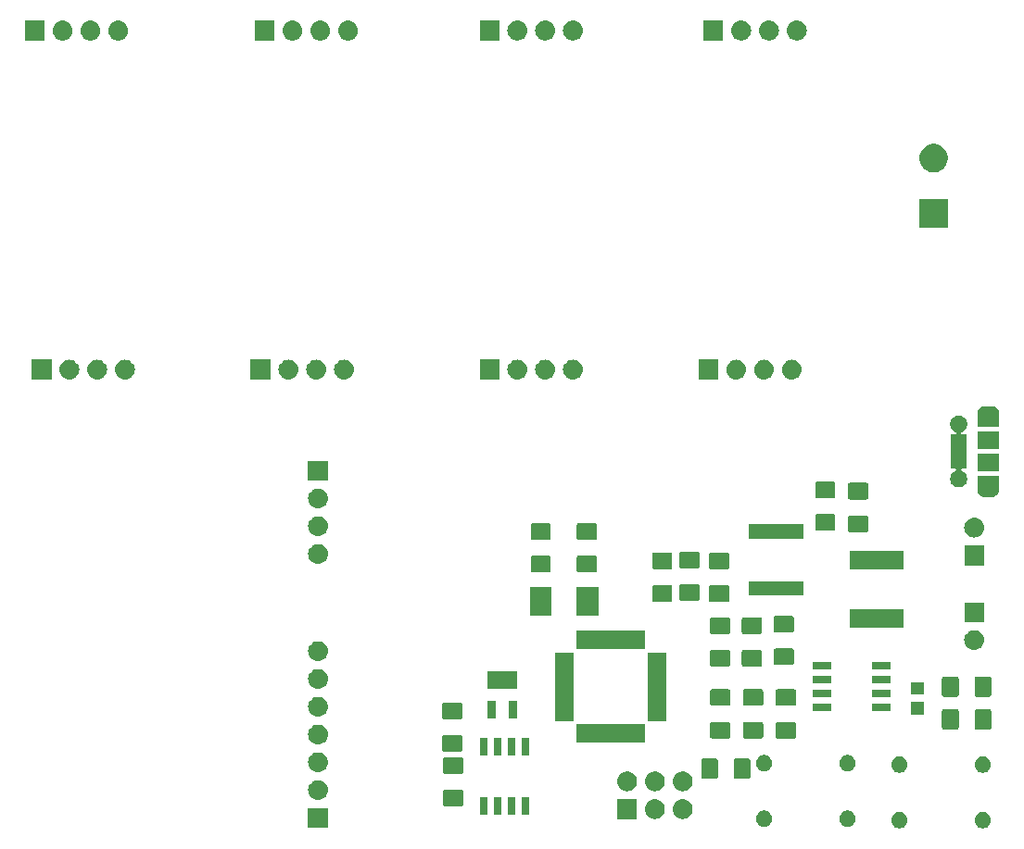
<source format=gbr>
G04 #@! TF.GenerationSoftware,KiCad,Pcbnew,(5.0.1)-4*
G04 #@! TF.CreationDate,2019-10-16T14:09:12+02:00*
G04 #@! TF.ProjectId,Pcb_Sensor_test,5063625F53656E736F725F746573742E,rev?*
G04 #@! TF.SameCoordinates,Original*
G04 #@! TF.FileFunction,Soldermask,Top*
G04 #@! TF.FilePolarity,Negative*
%FSLAX46Y46*%
G04 Gerber Fmt 4.6, Leading zero omitted, Abs format (unit mm)*
G04 Created by KiCad (PCBNEW (5.0.1)-4) date 16/10/2019 14:09:12*
%MOMM*%
%LPD*%
G01*
G04 APERTURE LIST*
%ADD10C,0.100000*%
G04 APERTURE END LIST*
D10*
G36*
X183218621Y-124479302D02*
X183355022Y-124535801D01*
X183477779Y-124617825D01*
X183582175Y-124722221D01*
X183664199Y-124844978D01*
X183720698Y-124981379D01*
X183749500Y-125126181D01*
X183749500Y-125273819D01*
X183720698Y-125418621D01*
X183664199Y-125555022D01*
X183582175Y-125677779D01*
X183477779Y-125782175D01*
X183355022Y-125864199D01*
X183218621Y-125920698D01*
X183073819Y-125949500D01*
X182926181Y-125949500D01*
X182781379Y-125920698D01*
X182644978Y-125864199D01*
X182522221Y-125782175D01*
X182417825Y-125677779D01*
X182335801Y-125555022D01*
X182279302Y-125418621D01*
X182250500Y-125273819D01*
X182250500Y-125126181D01*
X182279302Y-124981379D01*
X182335801Y-124844978D01*
X182417825Y-124722221D01*
X182522221Y-124617825D01*
X182644978Y-124535801D01*
X182781379Y-124479302D01*
X182926181Y-124450500D01*
X183073819Y-124450500D01*
X183218621Y-124479302D01*
X183218621Y-124479302D01*
G37*
G36*
X175598621Y-124479302D02*
X175735022Y-124535801D01*
X175857779Y-124617825D01*
X175962175Y-124722221D01*
X176044199Y-124844978D01*
X176100698Y-124981379D01*
X176129500Y-125126181D01*
X176129500Y-125273819D01*
X176100698Y-125418621D01*
X176044199Y-125555022D01*
X175962175Y-125677779D01*
X175857779Y-125782175D01*
X175735022Y-125864199D01*
X175598621Y-125920698D01*
X175453819Y-125949500D01*
X175306181Y-125949500D01*
X175161379Y-125920698D01*
X175024978Y-125864199D01*
X174902221Y-125782175D01*
X174797825Y-125677779D01*
X174715801Y-125555022D01*
X174659302Y-125418621D01*
X174630500Y-125273819D01*
X174630500Y-125126181D01*
X174659302Y-124981379D01*
X174715801Y-124844978D01*
X174797825Y-124722221D01*
X174902221Y-124617825D01*
X175024978Y-124535801D01*
X175161379Y-124479302D01*
X175306181Y-124450500D01*
X175453819Y-124450500D01*
X175598621Y-124479302D01*
X175598621Y-124479302D01*
G37*
G36*
X123151000Y-125901000D02*
X121349000Y-125901000D01*
X121349000Y-124099000D01*
X123151000Y-124099000D01*
X123151000Y-125901000D01*
X123151000Y-125901000D01*
G37*
G36*
X170838621Y-124359302D02*
X170975022Y-124415801D01*
X171097779Y-124497825D01*
X171202175Y-124602221D01*
X171284199Y-124724978D01*
X171340698Y-124861379D01*
X171369500Y-125006181D01*
X171369500Y-125153819D01*
X171340698Y-125298621D01*
X171284199Y-125435022D01*
X171202175Y-125557779D01*
X171097779Y-125662175D01*
X170975022Y-125744199D01*
X170838621Y-125800698D01*
X170693819Y-125829500D01*
X170546181Y-125829500D01*
X170401379Y-125800698D01*
X170264978Y-125744199D01*
X170142221Y-125662175D01*
X170037825Y-125557779D01*
X169955801Y-125435022D01*
X169899302Y-125298621D01*
X169870500Y-125153819D01*
X169870500Y-125006181D01*
X169899302Y-124861379D01*
X169955801Y-124724978D01*
X170037825Y-124602221D01*
X170142221Y-124497825D01*
X170264978Y-124415801D01*
X170401379Y-124359302D01*
X170546181Y-124330500D01*
X170693819Y-124330500D01*
X170838621Y-124359302D01*
X170838621Y-124359302D01*
G37*
G36*
X163218621Y-124359302D02*
X163355022Y-124415801D01*
X163477779Y-124497825D01*
X163582175Y-124602221D01*
X163664199Y-124724978D01*
X163720698Y-124861379D01*
X163749500Y-125006181D01*
X163749500Y-125153819D01*
X163720698Y-125298621D01*
X163664199Y-125435022D01*
X163582175Y-125557779D01*
X163477779Y-125662175D01*
X163355022Y-125744199D01*
X163218621Y-125800698D01*
X163073819Y-125829500D01*
X162926181Y-125829500D01*
X162781379Y-125800698D01*
X162644978Y-125744199D01*
X162522221Y-125662175D01*
X162417825Y-125557779D01*
X162335801Y-125435022D01*
X162279302Y-125298621D01*
X162250500Y-125153819D01*
X162250500Y-125006181D01*
X162279302Y-124861379D01*
X162335801Y-124724978D01*
X162417825Y-124602221D01*
X162522221Y-124497825D01*
X162644978Y-124415801D01*
X162781379Y-124359302D01*
X162926181Y-124330500D01*
X163073819Y-124330500D01*
X163218621Y-124359302D01*
X163218621Y-124359302D01*
G37*
G36*
X155690442Y-123305518D02*
X155756627Y-123312037D01*
X155869853Y-123346384D01*
X155926467Y-123363557D01*
X156065087Y-123437652D01*
X156082991Y-123447222D01*
X156118729Y-123476552D01*
X156220186Y-123559814D01*
X156303448Y-123661271D01*
X156332778Y-123697009D01*
X156332779Y-123697011D01*
X156416443Y-123853533D01*
X156416443Y-123853534D01*
X156467963Y-124023373D01*
X156485359Y-124200000D01*
X156467963Y-124376627D01*
X156456079Y-124415802D01*
X156416443Y-124546467D01*
X156386641Y-124602221D01*
X156332778Y-124702991D01*
X156313895Y-124726000D01*
X156220186Y-124840186D01*
X156118729Y-124923448D01*
X156082991Y-124952778D01*
X156082989Y-124952779D01*
X155926467Y-125036443D01*
X155869853Y-125053616D01*
X155756627Y-125087963D01*
X155690442Y-125094482D01*
X155624260Y-125101000D01*
X155535740Y-125101000D01*
X155469558Y-125094482D01*
X155403373Y-125087963D01*
X155290147Y-125053616D01*
X155233533Y-125036443D01*
X155077011Y-124952779D01*
X155077009Y-124952778D01*
X155041271Y-124923448D01*
X154939814Y-124840186D01*
X154846105Y-124726000D01*
X154827222Y-124702991D01*
X154773359Y-124602221D01*
X154743557Y-124546467D01*
X154703921Y-124415802D01*
X154692037Y-124376627D01*
X154674641Y-124200000D01*
X154692037Y-124023373D01*
X154743557Y-123853534D01*
X154743557Y-123853533D01*
X154827221Y-123697011D01*
X154827222Y-123697009D01*
X154856552Y-123661271D01*
X154939814Y-123559814D01*
X155041271Y-123476552D01*
X155077009Y-123447222D01*
X155094913Y-123437652D01*
X155233533Y-123363557D01*
X155290147Y-123346384D01*
X155403373Y-123312037D01*
X155469558Y-123305518D01*
X155535740Y-123299000D01*
X155624260Y-123299000D01*
X155690442Y-123305518D01*
X155690442Y-123305518D01*
G37*
G36*
X153150442Y-123305518D02*
X153216627Y-123312037D01*
X153329853Y-123346384D01*
X153386467Y-123363557D01*
X153525087Y-123437652D01*
X153542991Y-123447222D01*
X153578729Y-123476552D01*
X153680186Y-123559814D01*
X153763448Y-123661271D01*
X153792778Y-123697009D01*
X153792779Y-123697011D01*
X153876443Y-123853533D01*
X153876443Y-123853534D01*
X153927963Y-124023373D01*
X153945359Y-124200000D01*
X153927963Y-124376627D01*
X153916079Y-124415802D01*
X153876443Y-124546467D01*
X153846641Y-124602221D01*
X153792778Y-124702991D01*
X153773895Y-124726000D01*
X153680186Y-124840186D01*
X153578729Y-124923448D01*
X153542991Y-124952778D01*
X153542989Y-124952779D01*
X153386467Y-125036443D01*
X153329853Y-125053616D01*
X153216627Y-125087963D01*
X153150442Y-125094482D01*
X153084260Y-125101000D01*
X152995740Y-125101000D01*
X152929558Y-125094482D01*
X152863373Y-125087963D01*
X152750147Y-125053616D01*
X152693533Y-125036443D01*
X152537011Y-124952779D01*
X152537009Y-124952778D01*
X152501271Y-124923448D01*
X152399814Y-124840186D01*
X152306105Y-124726000D01*
X152287222Y-124702991D01*
X152233359Y-124602221D01*
X152203557Y-124546467D01*
X152163921Y-124415802D01*
X152152037Y-124376627D01*
X152134641Y-124200000D01*
X152152037Y-124023373D01*
X152203557Y-123853534D01*
X152203557Y-123853533D01*
X152287221Y-123697011D01*
X152287222Y-123697009D01*
X152316552Y-123661271D01*
X152399814Y-123559814D01*
X152501271Y-123476552D01*
X152537009Y-123447222D01*
X152554913Y-123437652D01*
X152693533Y-123363557D01*
X152750147Y-123346384D01*
X152863373Y-123312037D01*
X152929558Y-123305518D01*
X152995740Y-123299000D01*
X153084260Y-123299000D01*
X153150442Y-123305518D01*
X153150442Y-123305518D01*
G37*
G36*
X151401000Y-125101000D02*
X149599000Y-125101000D01*
X149599000Y-123299000D01*
X151401000Y-123299000D01*
X151401000Y-125101000D01*
X151401000Y-125101000D01*
G37*
G36*
X140286000Y-124726000D02*
X139584000Y-124726000D01*
X139584000Y-123074000D01*
X140286000Y-123074000D01*
X140286000Y-124726000D01*
X140286000Y-124726000D01*
G37*
G36*
X141556000Y-124726000D02*
X140854000Y-124726000D01*
X140854000Y-123074000D01*
X141556000Y-123074000D01*
X141556000Y-124726000D01*
X141556000Y-124726000D01*
G37*
G36*
X139016000Y-124726000D02*
X138314000Y-124726000D01*
X138314000Y-123074000D01*
X139016000Y-123074000D01*
X139016000Y-124726000D01*
X139016000Y-124726000D01*
G37*
G36*
X137746000Y-124726000D02*
X137044000Y-124726000D01*
X137044000Y-123074000D01*
X137746000Y-123074000D01*
X137746000Y-124726000D01*
X137746000Y-124726000D01*
G37*
G36*
X135375562Y-122415681D02*
X135410477Y-122426273D01*
X135442665Y-122443478D01*
X135470873Y-122466627D01*
X135494022Y-122494835D01*
X135511227Y-122527023D01*
X135521819Y-122561938D01*
X135526000Y-122604395D01*
X135526000Y-123745605D01*
X135521819Y-123788062D01*
X135511227Y-123822977D01*
X135494022Y-123855165D01*
X135470873Y-123883373D01*
X135442665Y-123906522D01*
X135410477Y-123923727D01*
X135375562Y-123934319D01*
X135333105Y-123938500D01*
X133866895Y-123938500D01*
X133824438Y-123934319D01*
X133789523Y-123923727D01*
X133757335Y-123906522D01*
X133729127Y-123883373D01*
X133705978Y-123855165D01*
X133688773Y-123822977D01*
X133678181Y-123788062D01*
X133674000Y-123745605D01*
X133674000Y-122604395D01*
X133678181Y-122561938D01*
X133688773Y-122527023D01*
X133705978Y-122494835D01*
X133729127Y-122466627D01*
X133757335Y-122443478D01*
X133789523Y-122426273D01*
X133824438Y-122415681D01*
X133866895Y-122411500D01*
X135333105Y-122411500D01*
X135375562Y-122415681D01*
X135375562Y-122415681D01*
G37*
G36*
X122360442Y-121565518D02*
X122426627Y-121572037D01*
X122539853Y-121606384D01*
X122596467Y-121623557D01*
X122664646Y-121660000D01*
X122752991Y-121707222D01*
X122788729Y-121736552D01*
X122890186Y-121819814D01*
X122973448Y-121921271D01*
X123002778Y-121957009D01*
X123002779Y-121957011D01*
X123086443Y-122113533D01*
X123086443Y-122113534D01*
X123137963Y-122283373D01*
X123155359Y-122460000D01*
X123137963Y-122636627D01*
X123124989Y-122679395D01*
X123086443Y-122806467D01*
X123012348Y-122945087D01*
X123002778Y-122962991D01*
X122973448Y-122998729D01*
X122890186Y-123100186D01*
X122788729Y-123183448D01*
X122752991Y-123212778D01*
X122752989Y-123212779D01*
X122596467Y-123296443D01*
X122545059Y-123312037D01*
X122426627Y-123347963D01*
X122360443Y-123354481D01*
X122294260Y-123361000D01*
X122205740Y-123361000D01*
X122139557Y-123354481D01*
X122073373Y-123347963D01*
X121954941Y-123312037D01*
X121903533Y-123296443D01*
X121747011Y-123212779D01*
X121747009Y-123212778D01*
X121711271Y-123183448D01*
X121609814Y-123100186D01*
X121526552Y-122998729D01*
X121497222Y-122962991D01*
X121487652Y-122945087D01*
X121413557Y-122806467D01*
X121375011Y-122679395D01*
X121362037Y-122636627D01*
X121344641Y-122460000D01*
X121362037Y-122283373D01*
X121413557Y-122113534D01*
X121413557Y-122113533D01*
X121497221Y-121957011D01*
X121497222Y-121957009D01*
X121526552Y-121921271D01*
X121609814Y-121819814D01*
X121711271Y-121736552D01*
X121747009Y-121707222D01*
X121835354Y-121660000D01*
X121903533Y-121623557D01*
X121960147Y-121606384D01*
X122073373Y-121572037D01*
X122139558Y-121565518D01*
X122205740Y-121559000D01*
X122294260Y-121559000D01*
X122360442Y-121565518D01*
X122360442Y-121565518D01*
G37*
G36*
X153150442Y-120765518D02*
X153216627Y-120772037D01*
X153302624Y-120798124D01*
X153386467Y-120823557D01*
X153525087Y-120897652D01*
X153542991Y-120907222D01*
X153572600Y-120931522D01*
X153680186Y-121019814D01*
X153763448Y-121121271D01*
X153792778Y-121157009D01*
X153792779Y-121157011D01*
X153876443Y-121313533D01*
X153876443Y-121313534D01*
X153927963Y-121483373D01*
X153945359Y-121660000D01*
X153927963Y-121836627D01*
X153893616Y-121949853D01*
X153876443Y-122006467D01*
X153819214Y-122113533D01*
X153792778Y-122162991D01*
X153763448Y-122198729D01*
X153680186Y-122300186D01*
X153578729Y-122383448D01*
X153542991Y-122412778D01*
X153542989Y-122412779D01*
X153386467Y-122496443D01*
X153329853Y-122513616D01*
X153216627Y-122547963D01*
X153150442Y-122554482D01*
X153084260Y-122561000D01*
X152995740Y-122561000D01*
X152929558Y-122554482D01*
X152863373Y-122547963D01*
X152750147Y-122513616D01*
X152693533Y-122496443D01*
X152537011Y-122412779D01*
X152537009Y-122412778D01*
X152501271Y-122383448D01*
X152399814Y-122300186D01*
X152316552Y-122198729D01*
X152287222Y-122162991D01*
X152260786Y-122113533D01*
X152203557Y-122006467D01*
X152186384Y-121949853D01*
X152152037Y-121836627D01*
X152134641Y-121660000D01*
X152152037Y-121483373D01*
X152203557Y-121313534D01*
X152203557Y-121313533D01*
X152287221Y-121157011D01*
X152287222Y-121157009D01*
X152316552Y-121121271D01*
X152399814Y-121019814D01*
X152507400Y-120931522D01*
X152537009Y-120907222D01*
X152554913Y-120897652D01*
X152693533Y-120823557D01*
X152777376Y-120798124D01*
X152863373Y-120772037D01*
X152929558Y-120765518D01*
X152995740Y-120759000D01*
X153084260Y-120759000D01*
X153150442Y-120765518D01*
X153150442Y-120765518D01*
G37*
G36*
X155690442Y-120765518D02*
X155756627Y-120772037D01*
X155842624Y-120798124D01*
X155926467Y-120823557D01*
X156065087Y-120897652D01*
X156082991Y-120907222D01*
X156112600Y-120931522D01*
X156220186Y-121019814D01*
X156303448Y-121121271D01*
X156332778Y-121157009D01*
X156332779Y-121157011D01*
X156416443Y-121313533D01*
X156416443Y-121313534D01*
X156467963Y-121483373D01*
X156485359Y-121660000D01*
X156467963Y-121836627D01*
X156433616Y-121949853D01*
X156416443Y-122006467D01*
X156359214Y-122113533D01*
X156332778Y-122162991D01*
X156303448Y-122198729D01*
X156220186Y-122300186D01*
X156118729Y-122383448D01*
X156082991Y-122412778D01*
X156082989Y-122412779D01*
X155926467Y-122496443D01*
X155869853Y-122513616D01*
X155756627Y-122547963D01*
X155690442Y-122554482D01*
X155624260Y-122561000D01*
X155535740Y-122561000D01*
X155469558Y-122554482D01*
X155403373Y-122547963D01*
X155290147Y-122513616D01*
X155233533Y-122496443D01*
X155077011Y-122412779D01*
X155077009Y-122412778D01*
X155041271Y-122383448D01*
X154939814Y-122300186D01*
X154856552Y-122198729D01*
X154827222Y-122162991D01*
X154800786Y-122113533D01*
X154743557Y-122006467D01*
X154726384Y-121949853D01*
X154692037Y-121836627D01*
X154674641Y-121660000D01*
X154692037Y-121483373D01*
X154743557Y-121313534D01*
X154743557Y-121313533D01*
X154827221Y-121157011D01*
X154827222Y-121157009D01*
X154856552Y-121121271D01*
X154939814Y-121019814D01*
X155047400Y-120931522D01*
X155077009Y-120907222D01*
X155094913Y-120897652D01*
X155233533Y-120823557D01*
X155317376Y-120798124D01*
X155403373Y-120772037D01*
X155469558Y-120765518D01*
X155535740Y-120759000D01*
X155624260Y-120759000D01*
X155690442Y-120765518D01*
X155690442Y-120765518D01*
G37*
G36*
X150610442Y-120765518D02*
X150676627Y-120772037D01*
X150762624Y-120798124D01*
X150846467Y-120823557D01*
X150985087Y-120897652D01*
X151002991Y-120907222D01*
X151032600Y-120931522D01*
X151140186Y-121019814D01*
X151223448Y-121121271D01*
X151252778Y-121157009D01*
X151252779Y-121157011D01*
X151336443Y-121313533D01*
X151336443Y-121313534D01*
X151387963Y-121483373D01*
X151405359Y-121660000D01*
X151387963Y-121836627D01*
X151353616Y-121949853D01*
X151336443Y-122006467D01*
X151279214Y-122113533D01*
X151252778Y-122162991D01*
X151223448Y-122198729D01*
X151140186Y-122300186D01*
X151038729Y-122383448D01*
X151002991Y-122412778D01*
X151002989Y-122412779D01*
X150846467Y-122496443D01*
X150789853Y-122513616D01*
X150676627Y-122547963D01*
X150610442Y-122554482D01*
X150544260Y-122561000D01*
X150455740Y-122561000D01*
X150389558Y-122554482D01*
X150323373Y-122547963D01*
X150210147Y-122513616D01*
X150153533Y-122496443D01*
X149997011Y-122412779D01*
X149997009Y-122412778D01*
X149961271Y-122383448D01*
X149859814Y-122300186D01*
X149776552Y-122198729D01*
X149747222Y-122162991D01*
X149720786Y-122113533D01*
X149663557Y-122006467D01*
X149646384Y-121949853D01*
X149612037Y-121836627D01*
X149594641Y-121660000D01*
X149612037Y-121483373D01*
X149663557Y-121313534D01*
X149663557Y-121313533D01*
X149747221Y-121157011D01*
X149747222Y-121157009D01*
X149776552Y-121121271D01*
X149859814Y-121019814D01*
X149967400Y-120931522D01*
X149997009Y-120907222D01*
X150014913Y-120897652D01*
X150153533Y-120823557D01*
X150237376Y-120798124D01*
X150323373Y-120772037D01*
X150389558Y-120765518D01*
X150455740Y-120759000D01*
X150544260Y-120759000D01*
X150610442Y-120765518D01*
X150610442Y-120765518D01*
G37*
G36*
X158638062Y-119578181D02*
X158672977Y-119588773D01*
X158705165Y-119605978D01*
X158733373Y-119629127D01*
X158756522Y-119657335D01*
X158773727Y-119689523D01*
X158784319Y-119724438D01*
X158788500Y-119766895D01*
X158788500Y-121233105D01*
X158784319Y-121275562D01*
X158773727Y-121310477D01*
X158756522Y-121342665D01*
X158733373Y-121370873D01*
X158705165Y-121394022D01*
X158672977Y-121411227D01*
X158638062Y-121421819D01*
X158595605Y-121426000D01*
X157454395Y-121426000D01*
X157411938Y-121421819D01*
X157377023Y-121411227D01*
X157344835Y-121394022D01*
X157316627Y-121370873D01*
X157293478Y-121342665D01*
X157276273Y-121310477D01*
X157265681Y-121275562D01*
X157261500Y-121233105D01*
X157261500Y-119766895D01*
X157265681Y-119724438D01*
X157276273Y-119689523D01*
X157293478Y-119657335D01*
X157316627Y-119629127D01*
X157344835Y-119605978D01*
X157377023Y-119588773D01*
X157411938Y-119578181D01*
X157454395Y-119574000D01*
X158595605Y-119574000D01*
X158638062Y-119578181D01*
X158638062Y-119578181D01*
G37*
G36*
X161613062Y-119578181D02*
X161647977Y-119588773D01*
X161680165Y-119605978D01*
X161708373Y-119629127D01*
X161731522Y-119657335D01*
X161748727Y-119689523D01*
X161759319Y-119724438D01*
X161763500Y-119766895D01*
X161763500Y-121233105D01*
X161759319Y-121275562D01*
X161748727Y-121310477D01*
X161731522Y-121342665D01*
X161708373Y-121370873D01*
X161680165Y-121394022D01*
X161647977Y-121411227D01*
X161613062Y-121421819D01*
X161570605Y-121426000D01*
X160429395Y-121426000D01*
X160386938Y-121421819D01*
X160352023Y-121411227D01*
X160319835Y-121394022D01*
X160291627Y-121370873D01*
X160268478Y-121342665D01*
X160251273Y-121310477D01*
X160240681Y-121275562D01*
X160236500Y-121233105D01*
X160236500Y-119766895D01*
X160240681Y-119724438D01*
X160251273Y-119689523D01*
X160268478Y-119657335D01*
X160291627Y-119629127D01*
X160319835Y-119605978D01*
X160352023Y-119588773D01*
X160386938Y-119578181D01*
X160429395Y-119574000D01*
X161570605Y-119574000D01*
X161613062Y-119578181D01*
X161613062Y-119578181D01*
G37*
G36*
X135375562Y-119440681D02*
X135410477Y-119451273D01*
X135442665Y-119468478D01*
X135470873Y-119491627D01*
X135494022Y-119519835D01*
X135511227Y-119552023D01*
X135521819Y-119586938D01*
X135526000Y-119629395D01*
X135526000Y-120770605D01*
X135521819Y-120813062D01*
X135511227Y-120847977D01*
X135494022Y-120880165D01*
X135470873Y-120908373D01*
X135442665Y-120931522D01*
X135410477Y-120948727D01*
X135375562Y-120959319D01*
X135333105Y-120963500D01*
X133866895Y-120963500D01*
X133824438Y-120959319D01*
X133789523Y-120948727D01*
X133757335Y-120931522D01*
X133729127Y-120908373D01*
X133705978Y-120880165D01*
X133688773Y-120847977D01*
X133678181Y-120813062D01*
X133674000Y-120770605D01*
X133674000Y-119629395D01*
X133678181Y-119586938D01*
X133688773Y-119552023D01*
X133705978Y-119519835D01*
X133729127Y-119491627D01*
X133757335Y-119468478D01*
X133789523Y-119451273D01*
X133824438Y-119440681D01*
X133866895Y-119436500D01*
X135333105Y-119436500D01*
X135375562Y-119440681D01*
X135375562Y-119440681D01*
G37*
G36*
X183218621Y-119399302D02*
X183355022Y-119455801D01*
X183477779Y-119537825D01*
X183582175Y-119642221D01*
X183664199Y-119764978D01*
X183720698Y-119901379D01*
X183749500Y-120046181D01*
X183749500Y-120193819D01*
X183720698Y-120338621D01*
X183664199Y-120475022D01*
X183582175Y-120597779D01*
X183477779Y-120702175D01*
X183355022Y-120784199D01*
X183218621Y-120840698D01*
X183073819Y-120869500D01*
X182926181Y-120869500D01*
X182781379Y-120840698D01*
X182644978Y-120784199D01*
X182522221Y-120702175D01*
X182417825Y-120597779D01*
X182335801Y-120475022D01*
X182279302Y-120338621D01*
X182250500Y-120193819D01*
X182250500Y-120046181D01*
X182279302Y-119901379D01*
X182335801Y-119764978D01*
X182417825Y-119642221D01*
X182522221Y-119537825D01*
X182644978Y-119455801D01*
X182781379Y-119399302D01*
X182926181Y-119370500D01*
X183073819Y-119370500D01*
X183218621Y-119399302D01*
X183218621Y-119399302D01*
G37*
G36*
X175598621Y-119399302D02*
X175735022Y-119455801D01*
X175857779Y-119537825D01*
X175962175Y-119642221D01*
X176044199Y-119764978D01*
X176100698Y-119901379D01*
X176129500Y-120046181D01*
X176129500Y-120193819D01*
X176100698Y-120338621D01*
X176044199Y-120475022D01*
X175962175Y-120597779D01*
X175857779Y-120702175D01*
X175735022Y-120784199D01*
X175598621Y-120840698D01*
X175453819Y-120869500D01*
X175306181Y-120869500D01*
X175161379Y-120840698D01*
X175024978Y-120784199D01*
X174902221Y-120702175D01*
X174797825Y-120597779D01*
X174715801Y-120475022D01*
X174659302Y-120338621D01*
X174630500Y-120193819D01*
X174630500Y-120046181D01*
X174659302Y-119901379D01*
X174715801Y-119764978D01*
X174797825Y-119642221D01*
X174902221Y-119537825D01*
X175024978Y-119455801D01*
X175161379Y-119399302D01*
X175306181Y-119370500D01*
X175453819Y-119370500D01*
X175598621Y-119399302D01*
X175598621Y-119399302D01*
G37*
G36*
X122360442Y-119025518D02*
X122426627Y-119032037D01*
X122539853Y-119066384D01*
X122596467Y-119083557D01*
X122735087Y-119157652D01*
X122752991Y-119167222D01*
X122788729Y-119196552D01*
X122890186Y-119279814D01*
X122936133Y-119335802D01*
X123002778Y-119417009D01*
X123002779Y-119417011D01*
X123086443Y-119573533D01*
X123096285Y-119605978D01*
X123137963Y-119743373D01*
X123155359Y-119920000D01*
X123137963Y-120096627D01*
X123108480Y-120193819D01*
X123086443Y-120266467D01*
X123012348Y-120405087D01*
X123002778Y-120422991D01*
X122973448Y-120458729D01*
X122890186Y-120560186D01*
X122788729Y-120643448D01*
X122752991Y-120672778D01*
X122752989Y-120672779D01*
X122596467Y-120756443D01*
X122549780Y-120770605D01*
X122426627Y-120807963D01*
X122374855Y-120813062D01*
X122294260Y-120821000D01*
X122205740Y-120821000D01*
X122125145Y-120813062D01*
X122073373Y-120807963D01*
X121950220Y-120770605D01*
X121903533Y-120756443D01*
X121747011Y-120672779D01*
X121747009Y-120672778D01*
X121711271Y-120643448D01*
X121609814Y-120560186D01*
X121526552Y-120458729D01*
X121497222Y-120422991D01*
X121487652Y-120405087D01*
X121413557Y-120266467D01*
X121391520Y-120193819D01*
X121362037Y-120096627D01*
X121344641Y-119920000D01*
X121362037Y-119743373D01*
X121403715Y-119605978D01*
X121413557Y-119573533D01*
X121497221Y-119417011D01*
X121497222Y-119417009D01*
X121563867Y-119335802D01*
X121609814Y-119279814D01*
X121711271Y-119196552D01*
X121747009Y-119167222D01*
X121764913Y-119157652D01*
X121903533Y-119083557D01*
X121960147Y-119066384D01*
X122073373Y-119032037D01*
X122139558Y-119025518D01*
X122205740Y-119019000D01*
X122294260Y-119019000D01*
X122360442Y-119025518D01*
X122360442Y-119025518D01*
G37*
G36*
X163218621Y-119279302D02*
X163355022Y-119335801D01*
X163477779Y-119417825D01*
X163582175Y-119522221D01*
X163664199Y-119644978D01*
X163720698Y-119781379D01*
X163749500Y-119926181D01*
X163749500Y-120073819D01*
X163720698Y-120218621D01*
X163664199Y-120355022D01*
X163582175Y-120477779D01*
X163477779Y-120582175D01*
X163355022Y-120664199D01*
X163218621Y-120720698D01*
X163073819Y-120749500D01*
X162926181Y-120749500D01*
X162781379Y-120720698D01*
X162644978Y-120664199D01*
X162522221Y-120582175D01*
X162417825Y-120477779D01*
X162335801Y-120355022D01*
X162279302Y-120218621D01*
X162250500Y-120073819D01*
X162250500Y-119926181D01*
X162279302Y-119781379D01*
X162335801Y-119644978D01*
X162417825Y-119522221D01*
X162522221Y-119417825D01*
X162644978Y-119335801D01*
X162781379Y-119279302D01*
X162926181Y-119250500D01*
X163073819Y-119250500D01*
X163218621Y-119279302D01*
X163218621Y-119279302D01*
G37*
G36*
X170838621Y-119279302D02*
X170975022Y-119335801D01*
X171097779Y-119417825D01*
X171202175Y-119522221D01*
X171284199Y-119644978D01*
X171340698Y-119781379D01*
X171369500Y-119926181D01*
X171369500Y-120073819D01*
X171340698Y-120218621D01*
X171284199Y-120355022D01*
X171202175Y-120477779D01*
X171097779Y-120582175D01*
X170975022Y-120664199D01*
X170838621Y-120720698D01*
X170693819Y-120749500D01*
X170546181Y-120749500D01*
X170401379Y-120720698D01*
X170264978Y-120664199D01*
X170142221Y-120582175D01*
X170037825Y-120477779D01*
X169955801Y-120355022D01*
X169899302Y-120218621D01*
X169870500Y-120073819D01*
X169870500Y-119926181D01*
X169899302Y-119781379D01*
X169955801Y-119644978D01*
X170037825Y-119522221D01*
X170142221Y-119417825D01*
X170264978Y-119335801D01*
X170401379Y-119279302D01*
X170546181Y-119250500D01*
X170693819Y-119250500D01*
X170838621Y-119279302D01*
X170838621Y-119279302D01*
G37*
G36*
X141556000Y-119326000D02*
X140854000Y-119326000D01*
X140854000Y-117674000D01*
X141556000Y-117674000D01*
X141556000Y-119326000D01*
X141556000Y-119326000D01*
G37*
G36*
X140286000Y-119326000D02*
X139584000Y-119326000D01*
X139584000Y-117674000D01*
X140286000Y-117674000D01*
X140286000Y-119326000D01*
X140286000Y-119326000D01*
G37*
G36*
X139016000Y-119326000D02*
X138314000Y-119326000D01*
X138314000Y-117674000D01*
X139016000Y-117674000D01*
X139016000Y-119326000D01*
X139016000Y-119326000D01*
G37*
G36*
X137746000Y-119326000D02*
X137044000Y-119326000D01*
X137044000Y-117674000D01*
X137746000Y-117674000D01*
X137746000Y-119326000D01*
X137746000Y-119326000D01*
G37*
G36*
X135275562Y-117440681D02*
X135310477Y-117451273D01*
X135342665Y-117468478D01*
X135370873Y-117491627D01*
X135394022Y-117519835D01*
X135411227Y-117552023D01*
X135421819Y-117586938D01*
X135426000Y-117629395D01*
X135426000Y-118770605D01*
X135421819Y-118813062D01*
X135411227Y-118847977D01*
X135394022Y-118880165D01*
X135370873Y-118908373D01*
X135342665Y-118931522D01*
X135310477Y-118948727D01*
X135275562Y-118959319D01*
X135233105Y-118963500D01*
X133766895Y-118963500D01*
X133724438Y-118959319D01*
X133689523Y-118948727D01*
X133657335Y-118931522D01*
X133629127Y-118908373D01*
X133605978Y-118880165D01*
X133588773Y-118847977D01*
X133578181Y-118813062D01*
X133574000Y-118770605D01*
X133574000Y-117629395D01*
X133578181Y-117586938D01*
X133588773Y-117552023D01*
X133605978Y-117519835D01*
X133629127Y-117491627D01*
X133657335Y-117468478D01*
X133689523Y-117451273D01*
X133724438Y-117440681D01*
X133766895Y-117436500D01*
X135233105Y-117436500D01*
X135275562Y-117440681D01*
X135275562Y-117440681D01*
G37*
G36*
X122360443Y-116485519D02*
X122426627Y-116492037D01*
X122539853Y-116526384D01*
X122596467Y-116543557D01*
X122735087Y-116617652D01*
X122752991Y-116627222D01*
X122788729Y-116656552D01*
X122890186Y-116739814D01*
X122973448Y-116841271D01*
X123002778Y-116877009D01*
X123002779Y-116877011D01*
X123086443Y-117033533D01*
X123086443Y-117033534D01*
X123137963Y-117203373D01*
X123155359Y-117380000D01*
X123137963Y-117556627D01*
X123128768Y-117586938D01*
X123086443Y-117726467D01*
X123080011Y-117738500D01*
X123002778Y-117882991D01*
X122973448Y-117918729D01*
X122890186Y-118020186D01*
X122791712Y-118101000D01*
X122752991Y-118132778D01*
X122752989Y-118132779D01*
X122596467Y-118216443D01*
X122539853Y-118233616D01*
X122426627Y-118267963D01*
X122360442Y-118274482D01*
X122294260Y-118281000D01*
X122205740Y-118281000D01*
X122139558Y-118274482D01*
X122073373Y-118267963D01*
X121960147Y-118233616D01*
X121903533Y-118216443D01*
X121747011Y-118132779D01*
X121747009Y-118132778D01*
X121708288Y-118101000D01*
X121609814Y-118020186D01*
X121526552Y-117918729D01*
X121497222Y-117882991D01*
X121419989Y-117738500D01*
X121413557Y-117726467D01*
X121371232Y-117586938D01*
X121362037Y-117556627D01*
X121344641Y-117380000D01*
X121362037Y-117203373D01*
X121413557Y-117033534D01*
X121413557Y-117033533D01*
X121497221Y-116877011D01*
X121497222Y-116877009D01*
X121526552Y-116841271D01*
X121609814Y-116739814D01*
X121711271Y-116656552D01*
X121747009Y-116627222D01*
X121764913Y-116617652D01*
X121903533Y-116543557D01*
X121960147Y-116526384D01*
X122073373Y-116492037D01*
X122139557Y-116485519D01*
X122205740Y-116479000D01*
X122294260Y-116479000D01*
X122360443Y-116485519D01*
X122360443Y-116485519D01*
G37*
G36*
X152126000Y-118101000D02*
X145874000Y-118101000D01*
X145874000Y-116399000D01*
X152126000Y-116399000D01*
X152126000Y-118101000D01*
X152126000Y-118101000D01*
G37*
G36*
X159775562Y-116215681D02*
X159810477Y-116226273D01*
X159842665Y-116243478D01*
X159870873Y-116266627D01*
X159894022Y-116294835D01*
X159911227Y-116327023D01*
X159921819Y-116361938D01*
X159926000Y-116404395D01*
X159926000Y-117545605D01*
X159921819Y-117588062D01*
X159911227Y-117622977D01*
X159894022Y-117655165D01*
X159870873Y-117683373D01*
X159842665Y-117706522D01*
X159810477Y-117723727D01*
X159775562Y-117734319D01*
X159733105Y-117738500D01*
X158266895Y-117738500D01*
X158224438Y-117734319D01*
X158189523Y-117723727D01*
X158157335Y-117706522D01*
X158129127Y-117683373D01*
X158105978Y-117655165D01*
X158088773Y-117622977D01*
X158078181Y-117588062D01*
X158074000Y-117545605D01*
X158074000Y-116404395D01*
X158078181Y-116361938D01*
X158088773Y-116327023D01*
X158105978Y-116294835D01*
X158129127Y-116266627D01*
X158157335Y-116243478D01*
X158189523Y-116226273D01*
X158224438Y-116215681D01*
X158266895Y-116211500D01*
X159733105Y-116211500D01*
X159775562Y-116215681D01*
X159775562Y-116215681D01*
G37*
G36*
X165775562Y-116215681D02*
X165810477Y-116226273D01*
X165842665Y-116243478D01*
X165870873Y-116266627D01*
X165894022Y-116294835D01*
X165911227Y-116327023D01*
X165921819Y-116361938D01*
X165926000Y-116404395D01*
X165926000Y-117545605D01*
X165921819Y-117588062D01*
X165911227Y-117622977D01*
X165894022Y-117655165D01*
X165870873Y-117683373D01*
X165842665Y-117706522D01*
X165810477Y-117723727D01*
X165775562Y-117734319D01*
X165733105Y-117738500D01*
X164266895Y-117738500D01*
X164224438Y-117734319D01*
X164189523Y-117723727D01*
X164157335Y-117706522D01*
X164129127Y-117683373D01*
X164105978Y-117655165D01*
X164088773Y-117622977D01*
X164078181Y-117588062D01*
X164074000Y-117545605D01*
X164074000Y-116404395D01*
X164078181Y-116361938D01*
X164088773Y-116327023D01*
X164105978Y-116294835D01*
X164129127Y-116266627D01*
X164157335Y-116243478D01*
X164189523Y-116226273D01*
X164224438Y-116215681D01*
X164266895Y-116211500D01*
X165733105Y-116211500D01*
X165775562Y-116215681D01*
X165775562Y-116215681D01*
G37*
G36*
X162775562Y-116215681D02*
X162810477Y-116226273D01*
X162842665Y-116243478D01*
X162870873Y-116266627D01*
X162894022Y-116294835D01*
X162911227Y-116327023D01*
X162921819Y-116361938D01*
X162926000Y-116404395D01*
X162926000Y-117545605D01*
X162921819Y-117588062D01*
X162911227Y-117622977D01*
X162894022Y-117655165D01*
X162870873Y-117683373D01*
X162842665Y-117706522D01*
X162810477Y-117723727D01*
X162775562Y-117734319D01*
X162733105Y-117738500D01*
X161266895Y-117738500D01*
X161224438Y-117734319D01*
X161189523Y-117723727D01*
X161157335Y-117706522D01*
X161129127Y-117683373D01*
X161105978Y-117655165D01*
X161088773Y-117622977D01*
X161078181Y-117588062D01*
X161074000Y-117545605D01*
X161074000Y-116404395D01*
X161078181Y-116361938D01*
X161088773Y-116327023D01*
X161105978Y-116294835D01*
X161129127Y-116266627D01*
X161157335Y-116243478D01*
X161189523Y-116226273D01*
X161224438Y-116215681D01*
X161266895Y-116211500D01*
X162733105Y-116211500D01*
X162775562Y-116215681D01*
X162775562Y-116215681D01*
G37*
G36*
X180638062Y-115078181D02*
X180672977Y-115088773D01*
X180705165Y-115105978D01*
X180733373Y-115129127D01*
X180756522Y-115157335D01*
X180773727Y-115189523D01*
X180784319Y-115224438D01*
X180788500Y-115266895D01*
X180788500Y-116733105D01*
X180784319Y-116775562D01*
X180773727Y-116810477D01*
X180756522Y-116842665D01*
X180733373Y-116870873D01*
X180705165Y-116894022D01*
X180672977Y-116911227D01*
X180638062Y-116921819D01*
X180595605Y-116926000D01*
X179454395Y-116926000D01*
X179411938Y-116921819D01*
X179377023Y-116911227D01*
X179344835Y-116894022D01*
X179316627Y-116870873D01*
X179293478Y-116842665D01*
X179276273Y-116810477D01*
X179265681Y-116775562D01*
X179261500Y-116733105D01*
X179261500Y-115266895D01*
X179265681Y-115224438D01*
X179276273Y-115189523D01*
X179293478Y-115157335D01*
X179316627Y-115129127D01*
X179344835Y-115105978D01*
X179377023Y-115088773D01*
X179411938Y-115078181D01*
X179454395Y-115074000D01*
X180595605Y-115074000D01*
X180638062Y-115078181D01*
X180638062Y-115078181D01*
G37*
G36*
X183613062Y-115078181D02*
X183647977Y-115088773D01*
X183680165Y-115105978D01*
X183708373Y-115129127D01*
X183731522Y-115157335D01*
X183748727Y-115189523D01*
X183759319Y-115224438D01*
X183763500Y-115266895D01*
X183763500Y-116733105D01*
X183759319Y-116775562D01*
X183748727Y-116810477D01*
X183731522Y-116842665D01*
X183708373Y-116870873D01*
X183680165Y-116894022D01*
X183647977Y-116911227D01*
X183613062Y-116921819D01*
X183570605Y-116926000D01*
X182429395Y-116926000D01*
X182386938Y-116921819D01*
X182352023Y-116911227D01*
X182319835Y-116894022D01*
X182291627Y-116870873D01*
X182268478Y-116842665D01*
X182251273Y-116810477D01*
X182240681Y-116775562D01*
X182236500Y-116733105D01*
X182236500Y-115266895D01*
X182240681Y-115224438D01*
X182251273Y-115189523D01*
X182268478Y-115157335D01*
X182291627Y-115129127D01*
X182319835Y-115105978D01*
X182352023Y-115088773D01*
X182386938Y-115078181D01*
X182429395Y-115074000D01*
X183570605Y-115074000D01*
X183613062Y-115078181D01*
X183613062Y-115078181D01*
G37*
G36*
X145601000Y-116126000D02*
X143899000Y-116126000D01*
X143899000Y-109874000D01*
X145601000Y-109874000D01*
X145601000Y-116126000D01*
X145601000Y-116126000D01*
G37*
G36*
X154101000Y-116126000D02*
X152399000Y-116126000D01*
X152399000Y-109874000D01*
X154101000Y-109874000D01*
X154101000Y-116126000D01*
X154101000Y-116126000D01*
G37*
G36*
X135275562Y-114465681D02*
X135310477Y-114476273D01*
X135342665Y-114493478D01*
X135370873Y-114516627D01*
X135394022Y-114544835D01*
X135411227Y-114577023D01*
X135421819Y-114611938D01*
X135426000Y-114654395D01*
X135426000Y-115795605D01*
X135421819Y-115838062D01*
X135411227Y-115872977D01*
X135394022Y-115905165D01*
X135370873Y-115933373D01*
X135342665Y-115956522D01*
X135310477Y-115973727D01*
X135275562Y-115984319D01*
X135233105Y-115988500D01*
X133766895Y-115988500D01*
X133724438Y-115984319D01*
X133689523Y-115973727D01*
X133657335Y-115956522D01*
X133629127Y-115933373D01*
X133605978Y-115905165D01*
X133588773Y-115872977D01*
X133578181Y-115838062D01*
X133574000Y-115795605D01*
X133574000Y-114654395D01*
X133578181Y-114611938D01*
X133588773Y-114577023D01*
X133605978Y-114544835D01*
X133629127Y-114516627D01*
X133657335Y-114493478D01*
X133689523Y-114476273D01*
X133724438Y-114465681D01*
X133766895Y-114461500D01*
X135233105Y-114461500D01*
X135275562Y-114465681D01*
X135275562Y-114465681D01*
G37*
G36*
X138526000Y-115931000D02*
X137774000Y-115931000D01*
X137774000Y-114269000D01*
X138526000Y-114269000D01*
X138526000Y-115931000D01*
X138526000Y-115931000D01*
G37*
G36*
X140426000Y-115931000D02*
X139674000Y-115931000D01*
X139674000Y-114269000D01*
X140426000Y-114269000D01*
X140426000Y-115931000D01*
X140426000Y-115931000D01*
G37*
G36*
X122360443Y-113945519D02*
X122426627Y-113952037D01*
X122538588Y-113986000D01*
X122596467Y-114003557D01*
X122735087Y-114077652D01*
X122752991Y-114087222D01*
X122788729Y-114116552D01*
X122890186Y-114199814D01*
X122973448Y-114301271D01*
X123002778Y-114337009D01*
X123002779Y-114337011D01*
X123086443Y-114493533D01*
X123100528Y-114539965D01*
X123137963Y-114663373D01*
X123155359Y-114840000D01*
X123137963Y-115016627D01*
X123120559Y-115074000D01*
X123086443Y-115186467D01*
X123031300Y-115289631D01*
X123002778Y-115342991D01*
X122973448Y-115378729D01*
X122890186Y-115480186D01*
X122788729Y-115563448D01*
X122752991Y-115592778D01*
X122752989Y-115592779D01*
X122596467Y-115676443D01*
X122539853Y-115693616D01*
X122426627Y-115727963D01*
X122360443Y-115734481D01*
X122294260Y-115741000D01*
X122205740Y-115741000D01*
X122139557Y-115734481D01*
X122073373Y-115727963D01*
X121960147Y-115693616D01*
X121903533Y-115676443D01*
X121747011Y-115592779D01*
X121747009Y-115592778D01*
X121711271Y-115563448D01*
X121609814Y-115480186D01*
X121526552Y-115378729D01*
X121497222Y-115342991D01*
X121468700Y-115289631D01*
X121413557Y-115186467D01*
X121379441Y-115074000D01*
X121362037Y-115016627D01*
X121344641Y-114840000D01*
X121362037Y-114663373D01*
X121399472Y-114539965D01*
X121413557Y-114493533D01*
X121497221Y-114337011D01*
X121497222Y-114337009D01*
X121526552Y-114301271D01*
X121609814Y-114199814D01*
X121711271Y-114116552D01*
X121747009Y-114087222D01*
X121764913Y-114077652D01*
X121903533Y-114003557D01*
X121961412Y-113986000D01*
X122073373Y-113952037D01*
X122139557Y-113945519D01*
X122205740Y-113939000D01*
X122294260Y-113939000D01*
X122360443Y-113945519D01*
X122360443Y-113945519D01*
G37*
G36*
X177601000Y-115576000D02*
X176399000Y-115576000D01*
X176399000Y-114424000D01*
X177601000Y-114424000D01*
X177601000Y-115576000D01*
X177601000Y-115576000D01*
G37*
G36*
X174526000Y-115256000D02*
X172874000Y-115256000D01*
X172874000Y-114554000D01*
X174526000Y-114554000D01*
X174526000Y-115256000D01*
X174526000Y-115256000D01*
G37*
G36*
X169126000Y-115256000D02*
X167474000Y-115256000D01*
X167474000Y-114554000D01*
X169126000Y-114554000D01*
X169126000Y-115256000D01*
X169126000Y-115256000D01*
G37*
G36*
X159775562Y-113240681D02*
X159810477Y-113251273D01*
X159842665Y-113268478D01*
X159870873Y-113291627D01*
X159894022Y-113319835D01*
X159911227Y-113352023D01*
X159921819Y-113386938D01*
X159926000Y-113429395D01*
X159926000Y-114570605D01*
X159921819Y-114613062D01*
X159911227Y-114647977D01*
X159894022Y-114680165D01*
X159870873Y-114708373D01*
X159842665Y-114731522D01*
X159810477Y-114748727D01*
X159775562Y-114759319D01*
X159733105Y-114763500D01*
X158266895Y-114763500D01*
X158224438Y-114759319D01*
X158189523Y-114748727D01*
X158157335Y-114731522D01*
X158129127Y-114708373D01*
X158105978Y-114680165D01*
X158088773Y-114647977D01*
X158078181Y-114613062D01*
X158074000Y-114570605D01*
X158074000Y-113429395D01*
X158078181Y-113386938D01*
X158088773Y-113352023D01*
X158105978Y-113319835D01*
X158129127Y-113291627D01*
X158157335Y-113268478D01*
X158189523Y-113251273D01*
X158224438Y-113240681D01*
X158266895Y-113236500D01*
X159733105Y-113236500D01*
X159775562Y-113240681D01*
X159775562Y-113240681D01*
G37*
G36*
X162775562Y-113240681D02*
X162810477Y-113251273D01*
X162842665Y-113268478D01*
X162870873Y-113291627D01*
X162894022Y-113319835D01*
X162911227Y-113352023D01*
X162921819Y-113386938D01*
X162926000Y-113429395D01*
X162926000Y-114570605D01*
X162921819Y-114613062D01*
X162911227Y-114647977D01*
X162894022Y-114680165D01*
X162870873Y-114708373D01*
X162842665Y-114731522D01*
X162810477Y-114748727D01*
X162775562Y-114759319D01*
X162733105Y-114763500D01*
X161266895Y-114763500D01*
X161224438Y-114759319D01*
X161189523Y-114748727D01*
X161157335Y-114731522D01*
X161129127Y-114708373D01*
X161105978Y-114680165D01*
X161088773Y-114647977D01*
X161078181Y-114613062D01*
X161074000Y-114570605D01*
X161074000Y-113429395D01*
X161078181Y-113386938D01*
X161088773Y-113352023D01*
X161105978Y-113319835D01*
X161129127Y-113291627D01*
X161157335Y-113268478D01*
X161189523Y-113251273D01*
X161224438Y-113240681D01*
X161266895Y-113236500D01*
X162733105Y-113236500D01*
X162775562Y-113240681D01*
X162775562Y-113240681D01*
G37*
G36*
X165775562Y-113240681D02*
X165810477Y-113251273D01*
X165842665Y-113268478D01*
X165870873Y-113291627D01*
X165894022Y-113319835D01*
X165911227Y-113352023D01*
X165921819Y-113386938D01*
X165926000Y-113429395D01*
X165926000Y-114570605D01*
X165921819Y-114613062D01*
X165911227Y-114647977D01*
X165894022Y-114680165D01*
X165870873Y-114708373D01*
X165842665Y-114731522D01*
X165810477Y-114748727D01*
X165775562Y-114759319D01*
X165733105Y-114763500D01*
X164266895Y-114763500D01*
X164224438Y-114759319D01*
X164189523Y-114748727D01*
X164157335Y-114731522D01*
X164129127Y-114708373D01*
X164105978Y-114680165D01*
X164088773Y-114647977D01*
X164078181Y-114613062D01*
X164074000Y-114570605D01*
X164074000Y-113429395D01*
X164078181Y-113386938D01*
X164088773Y-113352023D01*
X164105978Y-113319835D01*
X164129127Y-113291627D01*
X164157335Y-113268478D01*
X164189523Y-113251273D01*
X164224438Y-113240681D01*
X164266895Y-113236500D01*
X165733105Y-113236500D01*
X165775562Y-113240681D01*
X165775562Y-113240681D01*
G37*
G36*
X174526000Y-113986000D02*
X172874000Y-113986000D01*
X172874000Y-113284000D01*
X174526000Y-113284000D01*
X174526000Y-113986000D01*
X174526000Y-113986000D01*
G37*
G36*
X169126000Y-113986000D02*
X167474000Y-113986000D01*
X167474000Y-113284000D01*
X169126000Y-113284000D01*
X169126000Y-113986000D01*
X169126000Y-113986000D01*
G37*
G36*
X183613062Y-112078181D02*
X183647977Y-112088773D01*
X183680165Y-112105978D01*
X183708373Y-112129127D01*
X183731522Y-112157335D01*
X183748727Y-112189523D01*
X183759319Y-112224438D01*
X183763500Y-112266895D01*
X183763500Y-113733105D01*
X183759319Y-113775562D01*
X183748727Y-113810477D01*
X183731522Y-113842665D01*
X183708373Y-113870873D01*
X183680165Y-113894022D01*
X183647977Y-113911227D01*
X183613062Y-113921819D01*
X183570605Y-113926000D01*
X182429395Y-113926000D01*
X182386938Y-113921819D01*
X182352023Y-113911227D01*
X182319835Y-113894022D01*
X182291627Y-113870873D01*
X182268478Y-113842665D01*
X182251273Y-113810477D01*
X182240681Y-113775562D01*
X182236500Y-113733105D01*
X182236500Y-112266895D01*
X182240681Y-112224438D01*
X182251273Y-112189523D01*
X182268478Y-112157335D01*
X182291627Y-112129127D01*
X182319835Y-112105978D01*
X182352023Y-112088773D01*
X182386938Y-112078181D01*
X182429395Y-112074000D01*
X183570605Y-112074000D01*
X183613062Y-112078181D01*
X183613062Y-112078181D01*
G37*
G36*
X180638062Y-112078181D02*
X180672977Y-112088773D01*
X180705165Y-112105978D01*
X180733373Y-112129127D01*
X180756522Y-112157335D01*
X180773727Y-112189523D01*
X180784319Y-112224438D01*
X180788500Y-112266895D01*
X180788500Y-113733105D01*
X180784319Y-113775562D01*
X180773727Y-113810477D01*
X180756522Y-113842665D01*
X180733373Y-113870873D01*
X180705165Y-113894022D01*
X180672977Y-113911227D01*
X180638062Y-113921819D01*
X180595605Y-113926000D01*
X179454395Y-113926000D01*
X179411938Y-113921819D01*
X179377023Y-113911227D01*
X179344835Y-113894022D01*
X179316627Y-113870873D01*
X179293478Y-113842665D01*
X179276273Y-113810477D01*
X179265681Y-113775562D01*
X179261500Y-113733105D01*
X179261500Y-112266895D01*
X179265681Y-112224438D01*
X179276273Y-112189523D01*
X179293478Y-112157335D01*
X179316627Y-112129127D01*
X179344835Y-112105978D01*
X179377023Y-112088773D01*
X179411938Y-112078181D01*
X179454395Y-112074000D01*
X180595605Y-112074000D01*
X180638062Y-112078181D01*
X180638062Y-112078181D01*
G37*
G36*
X177601000Y-113726000D02*
X176399000Y-113726000D01*
X176399000Y-112574000D01*
X177601000Y-112574000D01*
X177601000Y-113726000D01*
X177601000Y-113726000D01*
G37*
G36*
X140426000Y-113231000D02*
X137774000Y-113231000D01*
X137774000Y-111569000D01*
X140426000Y-111569000D01*
X140426000Y-113231000D01*
X140426000Y-113231000D01*
G37*
G36*
X122360442Y-111405518D02*
X122426627Y-111412037D01*
X122538588Y-111446000D01*
X122596467Y-111463557D01*
X122735087Y-111537652D01*
X122752991Y-111547222D01*
X122779527Y-111569000D01*
X122890186Y-111659814D01*
X122973448Y-111761271D01*
X123002778Y-111797009D01*
X123002779Y-111797011D01*
X123086443Y-111953533D01*
X123086443Y-111953534D01*
X123137963Y-112123373D01*
X123155359Y-112300000D01*
X123137963Y-112476627D01*
X123108425Y-112574000D01*
X123086443Y-112646467D01*
X123049276Y-112716000D01*
X123002778Y-112802991D01*
X122973448Y-112838729D01*
X122890186Y-112940186D01*
X122788729Y-113023448D01*
X122752991Y-113052778D01*
X122752989Y-113052779D01*
X122596467Y-113136443D01*
X122539853Y-113153616D01*
X122426627Y-113187963D01*
X122360442Y-113194482D01*
X122294260Y-113201000D01*
X122205740Y-113201000D01*
X122139558Y-113194482D01*
X122073373Y-113187963D01*
X121960147Y-113153616D01*
X121903533Y-113136443D01*
X121747011Y-113052779D01*
X121747009Y-113052778D01*
X121711271Y-113023448D01*
X121609814Y-112940186D01*
X121526552Y-112838729D01*
X121497222Y-112802991D01*
X121450724Y-112716000D01*
X121413557Y-112646467D01*
X121391575Y-112574000D01*
X121362037Y-112476627D01*
X121344641Y-112300000D01*
X121362037Y-112123373D01*
X121413557Y-111953534D01*
X121413557Y-111953533D01*
X121497221Y-111797011D01*
X121497222Y-111797009D01*
X121526552Y-111761271D01*
X121609814Y-111659814D01*
X121720473Y-111569000D01*
X121747009Y-111547222D01*
X121764913Y-111537652D01*
X121903533Y-111463557D01*
X121961412Y-111446000D01*
X122073373Y-111412037D01*
X122139558Y-111405518D01*
X122205740Y-111399000D01*
X122294260Y-111399000D01*
X122360442Y-111405518D01*
X122360442Y-111405518D01*
G37*
G36*
X169126000Y-112716000D02*
X167474000Y-112716000D01*
X167474000Y-112014000D01*
X169126000Y-112014000D01*
X169126000Y-112716000D01*
X169126000Y-112716000D01*
G37*
G36*
X174526000Y-112716000D02*
X172874000Y-112716000D01*
X172874000Y-112014000D01*
X174526000Y-112014000D01*
X174526000Y-112716000D01*
X174526000Y-112716000D01*
G37*
G36*
X169126000Y-111446000D02*
X167474000Y-111446000D01*
X167474000Y-110744000D01*
X169126000Y-110744000D01*
X169126000Y-111446000D01*
X169126000Y-111446000D01*
G37*
G36*
X174526000Y-111446000D02*
X172874000Y-111446000D01*
X172874000Y-110744000D01*
X174526000Y-110744000D01*
X174526000Y-111446000D01*
X174526000Y-111446000D01*
G37*
G36*
X162675562Y-109640681D02*
X162710477Y-109651273D01*
X162742665Y-109668478D01*
X162770873Y-109691627D01*
X162794022Y-109719835D01*
X162811227Y-109752023D01*
X162821819Y-109786938D01*
X162826000Y-109829395D01*
X162826000Y-110970605D01*
X162821819Y-111013062D01*
X162811227Y-111047977D01*
X162794022Y-111080165D01*
X162770873Y-111108373D01*
X162742665Y-111131522D01*
X162710477Y-111148727D01*
X162675562Y-111159319D01*
X162633105Y-111163500D01*
X161166895Y-111163500D01*
X161124438Y-111159319D01*
X161089523Y-111148727D01*
X161057335Y-111131522D01*
X161029127Y-111108373D01*
X161005978Y-111080165D01*
X160988773Y-111047977D01*
X160978181Y-111013062D01*
X160974000Y-110970605D01*
X160974000Y-109829395D01*
X160978181Y-109786938D01*
X160988773Y-109752023D01*
X161005978Y-109719835D01*
X161029127Y-109691627D01*
X161057335Y-109668478D01*
X161089523Y-109651273D01*
X161124438Y-109640681D01*
X161166895Y-109636500D01*
X162633105Y-109636500D01*
X162675562Y-109640681D01*
X162675562Y-109640681D01*
G37*
G36*
X159775562Y-109640681D02*
X159810477Y-109651273D01*
X159842665Y-109668478D01*
X159870873Y-109691627D01*
X159894022Y-109719835D01*
X159911227Y-109752023D01*
X159921819Y-109786938D01*
X159926000Y-109829395D01*
X159926000Y-110970605D01*
X159921819Y-111013062D01*
X159911227Y-111047977D01*
X159894022Y-111080165D01*
X159870873Y-111108373D01*
X159842665Y-111131522D01*
X159810477Y-111148727D01*
X159775562Y-111159319D01*
X159733105Y-111163500D01*
X158266895Y-111163500D01*
X158224438Y-111159319D01*
X158189523Y-111148727D01*
X158157335Y-111131522D01*
X158129127Y-111108373D01*
X158105978Y-111080165D01*
X158088773Y-111047977D01*
X158078181Y-111013062D01*
X158074000Y-110970605D01*
X158074000Y-109829395D01*
X158078181Y-109786938D01*
X158088773Y-109752023D01*
X158105978Y-109719835D01*
X158129127Y-109691627D01*
X158157335Y-109668478D01*
X158189523Y-109651273D01*
X158224438Y-109640681D01*
X158266895Y-109636500D01*
X159733105Y-109636500D01*
X159775562Y-109640681D01*
X159775562Y-109640681D01*
G37*
G36*
X165575562Y-109515681D02*
X165610477Y-109526273D01*
X165642665Y-109543478D01*
X165670873Y-109566627D01*
X165694022Y-109594835D01*
X165711227Y-109627023D01*
X165721819Y-109661938D01*
X165726000Y-109704395D01*
X165726000Y-110845605D01*
X165721819Y-110888062D01*
X165711227Y-110922977D01*
X165694022Y-110955165D01*
X165670873Y-110983373D01*
X165642665Y-111006522D01*
X165610477Y-111023727D01*
X165575562Y-111034319D01*
X165533105Y-111038500D01*
X164066895Y-111038500D01*
X164024438Y-111034319D01*
X163989523Y-111023727D01*
X163957335Y-111006522D01*
X163929127Y-110983373D01*
X163905978Y-110955165D01*
X163888773Y-110922977D01*
X163878181Y-110888062D01*
X163874000Y-110845605D01*
X163874000Y-109704395D01*
X163878181Y-109661938D01*
X163888773Y-109627023D01*
X163905978Y-109594835D01*
X163929127Y-109566627D01*
X163957335Y-109543478D01*
X163989523Y-109526273D01*
X164024438Y-109515681D01*
X164066895Y-109511500D01*
X165533105Y-109511500D01*
X165575562Y-109515681D01*
X165575562Y-109515681D01*
G37*
G36*
X122360443Y-108865519D02*
X122426627Y-108872037D01*
X122539853Y-108906384D01*
X122596467Y-108923557D01*
X122735087Y-108997652D01*
X122752991Y-109007222D01*
X122788729Y-109036552D01*
X122890186Y-109119814D01*
X122973448Y-109221271D01*
X123002778Y-109257009D01*
X123002779Y-109257011D01*
X123086443Y-109413533D01*
X123086443Y-109413534D01*
X123137963Y-109583373D01*
X123155359Y-109760000D01*
X123137963Y-109936627D01*
X123103616Y-110049853D01*
X123086443Y-110106467D01*
X123012348Y-110245087D01*
X123002778Y-110262991D01*
X122973448Y-110298729D01*
X122890186Y-110400186D01*
X122788729Y-110483448D01*
X122752991Y-110512778D01*
X122752989Y-110512779D01*
X122596467Y-110596443D01*
X122539853Y-110613616D01*
X122426627Y-110647963D01*
X122360443Y-110654481D01*
X122294260Y-110661000D01*
X122205740Y-110661000D01*
X122139557Y-110654481D01*
X122073373Y-110647963D01*
X121960147Y-110613616D01*
X121903533Y-110596443D01*
X121747011Y-110512779D01*
X121747009Y-110512778D01*
X121711271Y-110483448D01*
X121609814Y-110400186D01*
X121526552Y-110298729D01*
X121497222Y-110262991D01*
X121487652Y-110245087D01*
X121413557Y-110106467D01*
X121396384Y-110049853D01*
X121362037Y-109936627D01*
X121344641Y-109760000D01*
X121362037Y-109583373D01*
X121413557Y-109413534D01*
X121413557Y-109413533D01*
X121497221Y-109257011D01*
X121497222Y-109257009D01*
X121526552Y-109221271D01*
X121609814Y-109119814D01*
X121711271Y-109036552D01*
X121747009Y-109007222D01*
X121764913Y-108997652D01*
X121903533Y-108923557D01*
X121960147Y-108906384D01*
X122073373Y-108872037D01*
X122139557Y-108865519D01*
X122205740Y-108859000D01*
X122294260Y-108859000D01*
X122360443Y-108865519D01*
X122360443Y-108865519D01*
G37*
G36*
X182310442Y-107845518D02*
X182376627Y-107852037D01*
X182489853Y-107886384D01*
X182546467Y-107903557D01*
X182676139Y-107972869D01*
X182702991Y-107987222D01*
X182728763Y-108008373D01*
X182840186Y-108099814D01*
X182923448Y-108201271D01*
X182952778Y-108237009D01*
X182952779Y-108237011D01*
X183036443Y-108393533D01*
X183036443Y-108393534D01*
X183087963Y-108563373D01*
X183105359Y-108740000D01*
X183087963Y-108916627D01*
X183060482Y-109007221D01*
X183036443Y-109086467D01*
X182962348Y-109225087D01*
X182952778Y-109242991D01*
X182941272Y-109257011D01*
X182840186Y-109380186D01*
X182738729Y-109463448D01*
X182702991Y-109492778D01*
X182702989Y-109492779D01*
X182546467Y-109576443D01*
X182501890Y-109589965D01*
X182376627Y-109627963D01*
X182310442Y-109634482D01*
X182244260Y-109641000D01*
X182155740Y-109641000D01*
X182089558Y-109634482D01*
X182023373Y-109627963D01*
X181898110Y-109589965D01*
X181853533Y-109576443D01*
X181697011Y-109492779D01*
X181697009Y-109492778D01*
X181661271Y-109463448D01*
X181559814Y-109380186D01*
X181458728Y-109257011D01*
X181447222Y-109242991D01*
X181437652Y-109225087D01*
X181363557Y-109086467D01*
X181339518Y-109007221D01*
X181312037Y-108916627D01*
X181294641Y-108740000D01*
X181312037Y-108563373D01*
X181363557Y-108393534D01*
X181363557Y-108393533D01*
X181447221Y-108237011D01*
X181447222Y-108237009D01*
X181476552Y-108201271D01*
X181559814Y-108099814D01*
X181671237Y-108008373D01*
X181697009Y-107987222D01*
X181723861Y-107972869D01*
X181853533Y-107903557D01*
X181910147Y-107886384D01*
X182023373Y-107852037D01*
X182089558Y-107845518D01*
X182155740Y-107839000D01*
X182244260Y-107839000D01*
X182310442Y-107845518D01*
X182310442Y-107845518D01*
G37*
G36*
X152126000Y-109601000D02*
X145874000Y-109601000D01*
X145874000Y-107899000D01*
X152126000Y-107899000D01*
X152126000Y-109601000D01*
X152126000Y-109601000D01*
G37*
G36*
X162675562Y-106665681D02*
X162710477Y-106676273D01*
X162742665Y-106693478D01*
X162770873Y-106716627D01*
X162794022Y-106744835D01*
X162811227Y-106777023D01*
X162821819Y-106811938D01*
X162826000Y-106854395D01*
X162826000Y-107995605D01*
X162821819Y-108038062D01*
X162811227Y-108072977D01*
X162794022Y-108105165D01*
X162770873Y-108133373D01*
X162742665Y-108156522D01*
X162710477Y-108173727D01*
X162675562Y-108184319D01*
X162633105Y-108188500D01*
X161166895Y-108188500D01*
X161124438Y-108184319D01*
X161089523Y-108173727D01*
X161057335Y-108156522D01*
X161029127Y-108133373D01*
X161005978Y-108105165D01*
X160988773Y-108072977D01*
X160978181Y-108038062D01*
X160974000Y-107995605D01*
X160974000Y-106854395D01*
X160978181Y-106811938D01*
X160988773Y-106777023D01*
X161005978Y-106744835D01*
X161029127Y-106716627D01*
X161057335Y-106693478D01*
X161089523Y-106676273D01*
X161124438Y-106665681D01*
X161166895Y-106661500D01*
X162633105Y-106661500D01*
X162675562Y-106665681D01*
X162675562Y-106665681D01*
G37*
G36*
X159775562Y-106665681D02*
X159810477Y-106676273D01*
X159842665Y-106693478D01*
X159870873Y-106716627D01*
X159894022Y-106744835D01*
X159911227Y-106777023D01*
X159921819Y-106811938D01*
X159926000Y-106854395D01*
X159926000Y-107995605D01*
X159921819Y-108038062D01*
X159911227Y-108072977D01*
X159894022Y-108105165D01*
X159870873Y-108133373D01*
X159842665Y-108156522D01*
X159810477Y-108173727D01*
X159775562Y-108184319D01*
X159733105Y-108188500D01*
X158266895Y-108188500D01*
X158224438Y-108184319D01*
X158189523Y-108173727D01*
X158157335Y-108156522D01*
X158129127Y-108133373D01*
X158105978Y-108105165D01*
X158088773Y-108072977D01*
X158078181Y-108038062D01*
X158074000Y-107995605D01*
X158074000Y-106854395D01*
X158078181Y-106811938D01*
X158088773Y-106777023D01*
X158105978Y-106744835D01*
X158129127Y-106716627D01*
X158157335Y-106693478D01*
X158189523Y-106676273D01*
X158224438Y-106665681D01*
X158266895Y-106661500D01*
X159733105Y-106661500D01*
X159775562Y-106665681D01*
X159775562Y-106665681D01*
G37*
G36*
X165575562Y-106540681D02*
X165610477Y-106551273D01*
X165642665Y-106568478D01*
X165670873Y-106591627D01*
X165694022Y-106619835D01*
X165711227Y-106652023D01*
X165721819Y-106686938D01*
X165726000Y-106729395D01*
X165726000Y-107870605D01*
X165721819Y-107913062D01*
X165711227Y-107947977D01*
X165694022Y-107980165D01*
X165670873Y-108008373D01*
X165642665Y-108031522D01*
X165610477Y-108048727D01*
X165575562Y-108059319D01*
X165533105Y-108063500D01*
X164066895Y-108063500D01*
X164024438Y-108059319D01*
X163989523Y-108048727D01*
X163957335Y-108031522D01*
X163929127Y-108008373D01*
X163905978Y-107980165D01*
X163888773Y-107947977D01*
X163878181Y-107913062D01*
X163874000Y-107870605D01*
X163874000Y-106729395D01*
X163878181Y-106686938D01*
X163888773Y-106652023D01*
X163905978Y-106619835D01*
X163929127Y-106591627D01*
X163957335Y-106568478D01*
X163989523Y-106551273D01*
X164024438Y-106540681D01*
X164066895Y-106536500D01*
X165533105Y-106536500D01*
X165575562Y-106540681D01*
X165575562Y-106540681D01*
G37*
G36*
X175778500Y-107605300D02*
X170821500Y-107605300D01*
X170821500Y-105903300D01*
X175778500Y-105903300D01*
X175778500Y-107605300D01*
X175778500Y-107605300D01*
G37*
G36*
X183101000Y-107101000D02*
X181299000Y-107101000D01*
X181299000Y-105299000D01*
X183101000Y-105299000D01*
X183101000Y-107101000D01*
X183101000Y-107101000D01*
G37*
G36*
X147901000Y-106551000D02*
X145899000Y-106551000D01*
X145899000Y-103849000D01*
X147901000Y-103849000D01*
X147901000Y-106551000D01*
X147901000Y-106551000D01*
G37*
G36*
X143601000Y-106551000D02*
X141599000Y-106551000D01*
X141599000Y-103849000D01*
X143601000Y-103849000D01*
X143601000Y-106551000D01*
X143601000Y-106551000D01*
G37*
G36*
X159675562Y-103740681D02*
X159710477Y-103751273D01*
X159742665Y-103768478D01*
X159770873Y-103791627D01*
X159794022Y-103819835D01*
X159811227Y-103852023D01*
X159821819Y-103886938D01*
X159826000Y-103929395D01*
X159826000Y-105070605D01*
X159821819Y-105113062D01*
X159811227Y-105147977D01*
X159794022Y-105180165D01*
X159770873Y-105208373D01*
X159742665Y-105231522D01*
X159710477Y-105248727D01*
X159675562Y-105259319D01*
X159633105Y-105263500D01*
X158166895Y-105263500D01*
X158124438Y-105259319D01*
X158089523Y-105248727D01*
X158057335Y-105231522D01*
X158029127Y-105208373D01*
X158005978Y-105180165D01*
X157988773Y-105147977D01*
X157978181Y-105113062D01*
X157974000Y-105070605D01*
X157974000Y-103929395D01*
X157978181Y-103886938D01*
X157988773Y-103852023D01*
X158005978Y-103819835D01*
X158029127Y-103791627D01*
X158057335Y-103768478D01*
X158089523Y-103751273D01*
X158124438Y-103740681D01*
X158166895Y-103736500D01*
X159633105Y-103736500D01*
X159675562Y-103740681D01*
X159675562Y-103740681D01*
G37*
G36*
X154475562Y-103715681D02*
X154510477Y-103726273D01*
X154542665Y-103743478D01*
X154570873Y-103766627D01*
X154594022Y-103794835D01*
X154611227Y-103827023D01*
X154621819Y-103861938D01*
X154626000Y-103904395D01*
X154626000Y-105045605D01*
X154621819Y-105088062D01*
X154611227Y-105122977D01*
X154594022Y-105155165D01*
X154570873Y-105183373D01*
X154542665Y-105206522D01*
X154510477Y-105223727D01*
X154475562Y-105234319D01*
X154433105Y-105238500D01*
X152966895Y-105238500D01*
X152924438Y-105234319D01*
X152889523Y-105223727D01*
X152857335Y-105206522D01*
X152829127Y-105183373D01*
X152805978Y-105155165D01*
X152788773Y-105122977D01*
X152778181Y-105088062D01*
X152774000Y-105045605D01*
X152774000Y-103904395D01*
X152778181Y-103861938D01*
X152788773Y-103827023D01*
X152805978Y-103794835D01*
X152829127Y-103766627D01*
X152857335Y-103743478D01*
X152889523Y-103726273D01*
X152924438Y-103715681D01*
X152966895Y-103711500D01*
X154433105Y-103711500D01*
X154475562Y-103715681D01*
X154475562Y-103715681D01*
G37*
G36*
X156975562Y-103640681D02*
X157010477Y-103651273D01*
X157042665Y-103668478D01*
X157070873Y-103691627D01*
X157094022Y-103719835D01*
X157111227Y-103752023D01*
X157121819Y-103786938D01*
X157126000Y-103829395D01*
X157126000Y-104970605D01*
X157121819Y-105013062D01*
X157111227Y-105047977D01*
X157094022Y-105080165D01*
X157070873Y-105108373D01*
X157042665Y-105131522D01*
X157010477Y-105148727D01*
X156975562Y-105159319D01*
X156933105Y-105163500D01*
X155466895Y-105163500D01*
X155424438Y-105159319D01*
X155389523Y-105148727D01*
X155357335Y-105131522D01*
X155329127Y-105108373D01*
X155305978Y-105080165D01*
X155288773Y-105047977D01*
X155278181Y-105013062D01*
X155274000Y-104970605D01*
X155274000Y-103829395D01*
X155278181Y-103786938D01*
X155288773Y-103752023D01*
X155305978Y-103719835D01*
X155329127Y-103691627D01*
X155357335Y-103668478D01*
X155389523Y-103651273D01*
X155424438Y-103640681D01*
X155466895Y-103636500D01*
X156933105Y-103636500D01*
X156975562Y-103640681D01*
X156975562Y-103640681D01*
G37*
G36*
X166573500Y-104651000D02*
X161626500Y-104651000D01*
X161626500Y-103349000D01*
X166573500Y-103349000D01*
X166573500Y-104651000D01*
X166573500Y-104651000D01*
G37*
G36*
X143375562Y-101040681D02*
X143410477Y-101051273D01*
X143442665Y-101068478D01*
X143470873Y-101091627D01*
X143494022Y-101119835D01*
X143511227Y-101152023D01*
X143521819Y-101186938D01*
X143526000Y-101229395D01*
X143526000Y-102370605D01*
X143521819Y-102413062D01*
X143511227Y-102447977D01*
X143494022Y-102480165D01*
X143470873Y-102508373D01*
X143442665Y-102531522D01*
X143410477Y-102548727D01*
X143375562Y-102559319D01*
X143333105Y-102563500D01*
X141866895Y-102563500D01*
X141824438Y-102559319D01*
X141789523Y-102548727D01*
X141757335Y-102531522D01*
X141729127Y-102508373D01*
X141705978Y-102480165D01*
X141688773Y-102447977D01*
X141678181Y-102413062D01*
X141674000Y-102370605D01*
X141674000Y-101229395D01*
X141678181Y-101186938D01*
X141688773Y-101152023D01*
X141705978Y-101119835D01*
X141729127Y-101091627D01*
X141757335Y-101068478D01*
X141789523Y-101051273D01*
X141824438Y-101040681D01*
X141866895Y-101036500D01*
X143333105Y-101036500D01*
X143375562Y-101040681D01*
X143375562Y-101040681D01*
G37*
G36*
X147575562Y-101040681D02*
X147610477Y-101051273D01*
X147642665Y-101068478D01*
X147670873Y-101091627D01*
X147694022Y-101119835D01*
X147711227Y-101152023D01*
X147721819Y-101186938D01*
X147726000Y-101229395D01*
X147726000Y-102370605D01*
X147721819Y-102413062D01*
X147711227Y-102447977D01*
X147694022Y-102480165D01*
X147670873Y-102508373D01*
X147642665Y-102531522D01*
X147610477Y-102548727D01*
X147575562Y-102559319D01*
X147533105Y-102563500D01*
X146066895Y-102563500D01*
X146024438Y-102559319D01*
X145989523Y-102548727D01*
X145957335Y-102531522D01*
X145929127Y-102508373D01*
X145905978Y-102480165D01*
X145888773Y-102447977D01*
X145878181Y-102413062D01*
X145874000Y-102370605D01*
X145874000Y-101229395D01*
X145878181Y-101186938D01*
X145888773Y-101152023D01*
X145905978Y-101119835D01*
X145929127Y-101091627D01*
X145957335Y-101068478D01*
X145989523Y-101051273D01*
X146024438Y-101040681D01*
X146066895Y-101036500D01*
X147533105Y-101036500D01*
X147575562Y-101040681D01*
X147575562Y-101040681D01*
G37*
G36*
X175778500Y-102296700D02*
X170821500Y-102296700D01*
X170821500Y-100594700D01*
X175778500Y-100594700D01*
X175778500Y-102296700D01*
X175778500Y-102296700D01*
G37*
G36*
X159675562Y-100765681D02*
X159710477Y-100776273D01*
X159742665Y-100793478D01*
X159770873Y-100816627D01*
X159794022Y-100844835D01*
X159811227Y-100877023D01*
X159821819Y-100911938D01*
X159826000Y-100954395D01*
X159826000Y-102095605D01*
X159821819Y-102138062D01*
X159811227Y-102172977D01*
X159794022Y-102205165D01*
X159770873Y-102233373D01*
X159742665Y-102256522D01*
X159710477Y-102273727D01*
X159675562Y-102284319D01*
X159633105Y-102288500D01*
X158166895Y-102288500D01*
X158124438Y-102284319D01*
X158089523Y-102273727D01*
X158057335Y-102256522D01*
X158029127Y-102233373D01*
X158005978Y-102205165D01*
X157988773Y-102172977D01*
X157978181Y-102138062D01*
X157974000Y-102095605D01*
X157974000Y-100954395D01*
X157978181Y-100911938D01*
X157988773Y-100877023D01*
X158005978Y-100844835D01*
X158029127Y-100816627D01*
X158057335Y-100793478D01*
X158089523Y-100776273D01*
X158124438Y-100765681D01*
X158166895Y-100761500D01*
X159633105Y-100761500D01*
X159675562Y-100765681D01*
X159675562Y-100765681D01*
G37*
G36*
X154475562Y-100740681D02*
X154510477Y-100751273D01*
X154542665Y-100768478D01*
X154570873Y-100791627D01*
X154594022Y-100819835D01*
X154611227Y-100852023D01*
X154621819Y-100886938D01*
X154626000Y-100929395D01*
X154626000Y-102070605D01*
X154621819Y-102113062D01*
X154611227Y-102147977D01*
X154594022Y-102180165D01*
X154570873Y-102208373D01*
X154542665Y-102231522D01*
X154510477Y-102248727D01*
X154475562Y-102259319D01*
X154433105Y-102263500D01*
X152966895Y-102263500D01*
X152924438Y-102259319D01*
X152889523Y-102248727D01*
X152857335Y-102231522D01*
X152829127Y-102208373D01*
X152805978Y-102180165D01*
X152788773Y-102147977D01*
X152778181Y-102113062D01*
X152774000Y-102070605D01*
X152774000Y-100929395D01*
X152778181Y-100886938D01*
X152788773Y-100852023D01*
X152805978Y-100819835D01*
X152829127Y-100791627D01*
X152857335Y-100768478D01*
X152889523Y-100751273D01*
X152924438Y-100740681D01*
X152966895Y-100736500D01*
X154433105Y-100736500D01*
X154475562Y-100740681D01*
X154475562Y-100740681D01*
G37*
G36*
X156975562Y-100665681D02*
X157010477Y-100676273D01*
X157042665Y-100693478D01*
X157070873Y-100716627D01*
X157094022Y-100744835D01*
X157111227Y-100777023D01*
X157121819Y-100811938D01*
X157126000Y-100854395D01*
X157126000Y-101995605D01*
X157121819Y-102038062D01*
X157111227Y-102072977D01*
X157094022Y-102105165D01*
X157070873Y-102133373D01*
X157042665Y-102156522D01*
X157010477Y-102173727D01*
X156975562Y-102184319D01*
X156933105Y-102188500D01*
X155466895Y-102188500D01*
X155424438Y-102184319D01*
X155389523Y-102173727D01*
X155357335Y-102156522D01*
X155329127Y-102133373D01*
X155305978Y-102105165D01*
X155288773Y-102072977D01*
X155278181Y-102038062D01*
X155274000Y-101995605D01*
X155274000Y-100854395D01*
X155278181Y-100811938D01*
X155288773Y-100777023D01*
X155305978Y-100744835D01*
X155329127Y-100716627D01*
X155357335Y-100693478D01*
X155389523Y-100676273D01*
X155424438Y-100665681D01*
X155466895Y-100661500D01*
X156933105Y-100661500D01*
X156975562Y-100665681D01*
X156975562Y-100665681D01*
G37*
G36*
X183101000Y-101901000D02*
X181299000Y-101901000D01*
X181299000Y-100099000D01*
X183101000Y-100099000D01*
X183101000Y-101901000D01*
X183101000Y-101901000D01*
G37*
G36*
X122360443Y-99975519D02*
X122426627Y-99982037D01*
X122539853Y-100016384D01*
X122596467Y-100033557D01*
X122718900Y-100099000D01*
X122752991Y-100117222D01*
X122788729Y-100146552D01*
X122890186Y-100229814D01*
X122973448Y-100331271D01*
X123002778Y-100367009D01*
X123002779Y-100367011D01*
X123086443Y-100523533D01*
X123086443Y-100523534D01*
X123137963Y-100693373D01*
X123155359Y-100870000D01*
X123137963Y-101046627D01*
X123104918Y-101155561D01*
X123086443Y-101216467D01*
X123067380Y-101252131D01*
X123002778Y-101372991D01*
X122973448Y-101408729D01*
X122890186Y-101510186D01*
X122788729Y-101593448D01*
X122752991Y-101622778D01*
X122752989Y-101622779D01*
X122596467Y-101706443D01*
X122539853Y-101723616D01*
X122426627Y-101757963D01*
X122360443Y-101764481D01*
X122294260Y-101771000D01*
X122205740Y-101771000D01*
X122139557Y-101764481D01*
X122073373Y-101757963D01*
X121960147Y-101723616D01*
X121903533Y-101706443D01*
X121747011Y-101622779D01*
X121747009Y-101622778D01*
X121711271Y-101593448D01*
X121609814Y-101510186D01*
X121526552Y-101408729D01*
X121497222Y-101372991D01*
X121432620Y-101252131D01*
X121413557Y-101216467D01*
X121395082Y-101155561D01*
X121362037Y-101046627D01*
X121344641Y-100870000D01*
X121362037Y-100693373D01*
X121413557Y-100523534D01*
X121413557Y-100523533D01*
X121497221Y-100367011D01*
X121497222Y-100367009D01*
X121526552Y-100331271D01*
X121609814Y-100229814D01*
X121711271Y-100146552D01*
X121747009Y-100117222D01*
X121781100Y-100099000D01*
X121903533Y-100033557D01*
X121960147Y-100016384D01*
X122073373Y-99982037D01*
X122139557Y-99975519D01*
X122205740Y-99969000D01*
X122294260Y-99969000D01*
X122360443Y-99975519D01*
X122360443Y-99975519D01*
G37*
G36*
X147575562Y-98065681D02*
X147610477Y-98076273D01*
X147642665Y-98093478D01*
X147670873Y-98116627D01*
X147694022Y-98144835D01*
X147711227Y-98177023D01*
X147721819Y-98211938D01*
X147726000Y-98254395D01*
X147726000Y-99395605D01*
X147721819Y-99438062D01*
X147711227Y-99472977D01*
X147694022Y-99505165D01*
X147670873Y-99533373D01*
X147642665Y-99556522D01*
X147610477Y-99573727D01*
X147575562Y-99584319D01*
X147533105Y-99588500D01*
X146066895Y-99588500D01*
X146024438Y-99584319D01*
X145989523Y-99573727D01*
X145957335Y-99556522D01*
X145929127Y-99533373D01*
X145905978Y-99505165D01*
X145888773Y-99472977D01*
X145878181Y-99438062D01*
X145874000Y-99395605D01*
X145874000Y-98254395D01*
X145878181Y-98211938D01*
X145888773Y-98177023D01*
X145905978Y-98144835D01*
X145929127Y-98116627D01*
X145957335Y-98093478D01*
X145989523Y-98076273D01*
X146024438Y-98065681D01*
X146066895Y-98061500D01*
X147533105Y-98061500D01*
X147575562Y-98065681D01*
X147575562Y-98065681D01*
G37*
G36*
X143375562Y-98065681D02*
X143410477Y-98076273D01*
X143442665Y-98093478D01*
X143470873Y-98116627D01*
X143494022Y-98144835D01*
X143511227Y-98177023D01*
X143521819Y-98211938D01*
X143526000Y-98254395D01*
X143526000Y-99395605D01*
X143521819Y-99438062D01*
X143511227Y-99472977D01*
X143494022Y-99505165D01*
X143470873Y-99533373D01*
X143442665Y-99556522D01*
X143410477Y-99573727D01*
X143375562Y-99584319D01*
X143333105Y-99588500D01*
X141866895Y-99588500D01*
X141824438Y-99584319D01*
X141789523Y-99573727D01*
X141757335Y-99556522D01*
X141729127Y-99533373D01*
X141705978Y-99505165D01*
X141688773Y-99472977D01*
X141678181Y-99438062D01*
X141674000Y-99395605D01*
X141674000Y-98254395D01*
X141678181Y-98211938D01*
X141688773Y-98177023D01*
X141705978Y-98144835D01*
X141729127Y-98116627D01*
X141757335Y-98093478D01*
X141789523Y-98076273D01*
X141824438Y-98065681D01*
X141866895Y-98061500D01*
X143333105Y-98061500D01*
X143375562Y-98065681D01*
X143375562Y-98065681D01*
G37*
G36*
X166573500Y-99451000D02*
X161626500Y-99451000D01*
X161626500Y-98149000D01*
X166573500Y-98149000D01*
X166573500Y-99451000D01*
X166573500Y-99451000D01*
G37*
G36*
X182310442Y-97565518D02*
X182376627Y-97572037D01*
X182483297Y-97604395D01*
X182546467Y-97623557D01*
X182670423Y-97689814D01*
X182702991Y-97707222D01*
X182738729Y-97736552D01*
X182840186Y-97819814D01*
X182923448Y-97921271D01*
X182952778Y-97957009D01*
X182952779Y-97957011D01*
X183036443Y-98113533D01*
X183048528Y-98153373D01*
X183087963Y-98283373D01*
X183105359Y-98460000D01*
X183087963Y-98636627D01*
X183069308Y-98698124D01*
X183036443Y-98806467D01*
X182962348Y-98945087D01*
X182952778Y-98962991D01*
X182946873Y-98970186D01*
X182840186Y-99100186D01*
X182759450Y-99166443D01*
X182702991Y-99212778D01*
X182702989Y-99212779D01*
X182546467Y-99296443D01*
X182489853Y-99313616D01*
X182376627Y-99347963D01*
X182310443Y-99354481D01*
X182244260Y-99361000D01*
X182155740Y-99361000D01*
X182089557Y-99354481D01*
X182023373Y-99347963D01*
X181910147Y-99313616D01*
X181853533Y-99296443D01*
X181697011Y-99212779D01*
X181697009Y-99212778D01*
X181640550Y-99166443D01*
X181559814Y-99100186D01*
X181453127Y-98970186D01*
X181447222Y-98962991D01*
X181437652Y-98945087D01*
X181363557Y-98806467D01*
X181330692Y-98698124D01*
X181312037Y-98636627D01*
X181294641Y-98460000D01*
X181312037Y-98283373D01*
X181351472Y-98153373D01*
X181363557Y-98113533D01*
X181447221Y-97957011D01*
X181447222Y-97957009D01*
X181476552Y-97921271D01*
X181559814Y-97819814D01*
X181661271Y-97736552D01*
X181697009Y-97707222D01*
X181729577Y-97689814D01*
X181853533Y-97623557D01*
X181916703Y-97604395D01*
X182023373Y-97572037D01*
X182089557Y-97565519D01*
X182155740Y-97559000D01*
X182244260Y-97559000D01*
X182310442Y-97565518D01*
X182310442Y-97565518D01*
G37*
G36*
X122360443Y-97435519D02*
X122426627Y-97442037D01*
X122539853Y-97476384D01*
X122596467Y-97493557D01*
X122718900Y-97559000D01*
X122752991Y-97577222D01*
X122786101Y-97604395D01*
X122890186Y-97689814D01*
X122973448Y-97791271D01*
X123002778Y-97827009D01*
X123002779Y-97827011D01*
X123086443Y-97983533D01*
X123086443Y-97983534D01*
X123137963Y-98153373D01*
X123155359Y-98330000D01*
X123137963Y-98506627D01*
X123110972Y-98595605D01*
X123086443Y-98676467D01*
X123015937Y-98808373D01*
X123002778Y-98832991D01*
X122981171Y-98859319D01*
X122890186Y-98970186D01*
X122788729Y-99053448D01*
X122752991Y-99082778D01*
X122752989Y-99082779D01*
X122596467Y-99166443D01*
X122539853Y-99183616D01*
X122426627Y-99217963D01*
X122360442Y-99224482D01*
X122294260Y-99231000D01*
X122205740Y-99231000D01*
X122139558Y-99224482D01*
X122073373Y-99217963D01*
X121960147Y-99183616D01*
X121903533Y-99166443D01*
X121747011Y-99082779D01*
X121747009Y-99082778D01*
X121711271Y-99053448D01*
X121609814Y-98970186D01*
X121518829Y-98859319D01*
X121497222Y-98832991D01*
X121484063Y-98808373D01*
X121413557Y-98676467D01*
X121389028Y-98595605D01*
X121362037Y-98506627D01*
X121344641Y-98330000D01*
X121362037Y-98153373D01*
X121413557Y-97983534D01*
X121413557Y-97983533D01*
X121497221Y-97827011D01*
X121497222Y-97827009D01*
X121526552Y-97791271D01*
X121609814Y-97689814D01*
X121713899Y-97604395D01*
X121747009Y-97577222D01*
X121781100Y-97559000D01*
X121903533Y-97493557D01*
X121960147Y-97476384D01*
X122073373Y-97442037D01*
X122139557Y-97435519D01*
X122205740Y-97429000D01*
X122294260Y-97429000D01*
X122360443Y-97435519D01*
X122360443Y-97435519D01*
G37*
G36*
X172375562Y-97340681D02*
X172410477Y-97351273D01*
X172442665Y-97368478D01*
X172470873Y-97391627D01*
X172494022Y-97419835D01*
X172511227Y-97452023D01*
X172521819Y-97486938D01*
X172526000Y-97529395D01*
X172526000Y-98670605D01*
X172521819Y-98713062D01*
X172511227Y-98747977D01*
X172494022Y-98780165D01*
X172470873Y-98808373D01*
X172442665Y-98831522D01*
X172410477Y-98848727D01*
X172375562Y-98859319D01*
X172333105Y-98863500D01*
X170866895Y-98863500D01*
X170824438Y-98859319D01*
X170789523Y-98848727D01*
X170757335Y-98831522D01*
X170729127Y-98808373D01*
X170705978Y-98780165D01*
X170688773Y-98747977D01*
X170678181Y-98713062D01*
X170674000Y-98670605D01*
X170674000Y-97529395D01*
X170678181Y-97486938D01*
X170688773Y-97452023D01*
X170705978Y-97419835D01*
X170729127Y-97391627D01*
X170757335Y-97368478D01*
X170789523Y-97351273D01*
X170824438Y-97340681D01*
X170866895Y-97336500D01*
X172333105Y-97336500D01*
X172375562Y-97340681D01*
X172375562Y-97340681D01*
G37*
G36*
X169375562Y-97240681D02*
X169410477Y-97251273D01*
X169442665Y-97268478D01*
X169470873Y-97291627D01*
X169494022Y-97319835D01*
X169511227Y-97352023D01*
X169521819Y-97386938D01*
X169526000Y-97429395D01*
X169526000Y-98570605D01*
X169521819Y-98613062D01*
X169511227Y-98647977D01*
X169494022Y-98680165D01*
X169470873Y-98708373D01*
X169442665Y-98731522D01*
X169410477Y-98748727D01*
X169375562Y-98759319D01*
X169333105Y-98763500D01*
X167866895Y-98763500D01*
X167824438Y-98759319D01*
X167789523Y-98748727D01*
X167757335Y-98731522D01*
X167729127Y-98708373D01*
X167705978Y-98680165D01*
X167688773Y-98647977D01*
X167678181Y-98613062D01*
X167674000Y-98570605D01*
X167674000Y-97429395D01*
X167678181Y-97386938D01*
X167688773Y-97352023D01*
X167705978Y-97319835D01*
X167729127Y-97291627D01*
X167757335Y-97268478D01*
X167789523Y-97251273D01*
X167824438Y-97240681D01*
X167866895Y-97236500D01*
X169333105Y-97236500D01*
X169375562Y-97240681D01*
X169375562Y-97240681D01*
G37*
G36*
X122360443Y-94895519D02*
X122426627Y-94902037D01*
X122539853Y-94936384D01*
X122596467Y-94953557D01*
X122683354Y-95000000D01*
X122752991Y-95037222D01*
X122769779Y-95051000D01*
X122890186Y-95149814D01*
X122972678Y-95250332D01*
X123002778Y-95287009D01*
X123002779Y-95287011D01*
X123086443Y-95443533D01*
X123103616Y-95500147D01*
X123137963Y-95613373D01*
X123155359Y-95790000D01*
X123137963Y-95966627D01*
X123103616Y-96079853D01*
X123086443Y-96136467D01*
X123012348Y-96275087D01*
X123002778Y-96292991D01*
X122973448Y-96328729D01*
X122890186Y-96430186D01*
X122788729Y-96513448D01*
X122752991Y-96542778D01*
X122752989Y-96542779D01*
X122596467Y-96626443D01*
X122539853Y-96643616D01*
X122426627Y-96677963D01*
X122360443Y-96684481D01*
X122294260Y-96691000D01*
X122205740Y-96691000D01*
X122139558Y-96684482D01*
X122073373Y-96677963D01*
X121960147Y-96643616D01*
X121903533Y-96626443D01*
X121747011Y-96542779D01*
X121747009Y-96542778D01*
X121711271Y-96513448D01*
X121609814Y-96430186D01*
X121526552Y-96328729D01*
X121497222Y-96292991D01*
X121487652Y-96275087D01*
X121413557Y-96136467D01*
X121396384Y-96079853D01*
X121362037Y-95966627D01*
X121344641Y-95790000D01*
X121362037Y-95613373D01*
X121396384Y-95500147D01*
X121413557Y-95443533D01*
X121497221Y-95287011D01*
X121497222Y-95287009D01*
X121527322Y-95250332D01*
X121609814Y-95149814D01*
X121730221Y-95051000D01*
X121747009Y-95037222D01*
X121816646Y-95000000D01*
X121903533Y-94953557D01*
X121960147Y-94936384D01*
X122073373Y-94902037D01*
X122139557Y-94895519D01*
X122205740Y-94889000D01*
X122294260Y-94889000D01*
X122360443Y-94895519D01*
X122360443Y-94895519D01*
G37*
G36*
X172375562Y-94365681D02*
X172410477Y-94376273D01*
X172442665Y-94393478D01*
X172470873Y-94416627D01*
X172494022Y-94444835D01*
X172511227Y-94477023D01*
X172521819Y-94511938D01*
X172526000Y-94554395D01*
X172526000Y-95695605D01*
X172521819Y-95738062D01*
X172511227Y-95772977D01*
X172494022Y-95805165D01*
X172470873Y-95833373D01*
X172442665Y-95856522D01*
X172410477Y-95873727D01*
X172375562Y-95884319D01*
X172333105Y-95888500D01*
X170866895Y-95888500D01*
X170824438Y-95884319D01*
X170789523Y-95873727D01*
X170757335Y-95856522D01*
X170729127Y-95833373D01*
X170705978Y-95805165D01*
X170688773Y-95772977D01*
X170678181Y-95738062D01*
X170674000Y-95695605D01*
X170674000Y-94554395D01*
X170678181Y-94511938D01*
X170688773Y-94477023D01*
X170705978Y-94444835D01*
X170729127Y-94416627D01*
X170757335Y-94393478D01*
X170789523Y-94376273D01*
X170824438Y-94365681D01*
X170866895Y-94361500D01*
X172333105Y-94361500D01*
X172375562Y-94365681D01*
X172375562Y-94365681D01*
G37*
G36*
X169375562Y-94265681D02*
X169410477Y-94276273D01*
X169442665Y-94293478D01*
X169470873Y-94316627D01*
X169494022Y-94344835D01*
X169511227Y-94377023D01*
X169521819Y-94411938D01*
X169526000Y-94454395D01*
X169526000Y-95595605D01*
X169521819Y-95638062D01*
X169511227Y-95672977D01*
X169494022Y-95705165D01*
X169470873Y-95733373D01*
X169442665Y-95756522D01*
X169410477Y-95773727D01*
X169375562Y-95784319D01*
X169333105Y-95788500D01*
X167866895Y-95788500D01*
X167824438Y-95784319D01*
X167789523Y-95773727D01*
X167757335Y-95756522D01*
X167729127Y-95733373D01*
X167705978Y-95705165D01*
X167688773Y-95672977D01*
X167678181Y-95638062D01*
X167674000Y-95595605D01*
X167674000Y-94454395D01*
X167678181Y-94411938D01*
X167688773Y-94377023D01*
X167705978Y-94344835D01*
X167729127Y-94316627D01*
X167757335Y-94293478D01*
X167789523Y-94276273D01*
X167824438Y-94265681D01*
X167866895Y-94261500D01*
X169333105Y-94261500D01*
X169375562Y-94265681D01*
X169375562Y-94265681D01*
G37*
G36*
X184488500Y-94961886D02*
X184489102Y-94974138D01*
X184491649Y-95000000D01*
X184489102Y-95025862D01*
X184488500Y-95038114D01*
X184488500Y-95111407D01*
X184479543Y-95128165D01*
X184475413Y-95139708D01*
X184456249Y-95202882D01*
X184441855Y-95250333D01*
X184422251Y-95287009D01*
X184381405Y-95363426D01*
X184300053Y-95462553D01*
X184200926Y-95543905D01*
X184200924Y-95543906D01*
X184087833Y-95604355D01*
X184058104Y-95613373D01*
X183965118Y-95641580D01*
X183901355Y-95647860D01*
X183869474Y-95651000D01*
X183105526Y-95651000D01*
X183073645Y-95647860D01*
X183009882Y-95641580D01*
X182916896Y-95613373D01*
X182887167Y-95604355D01*
X182774076Y-95543906D01*
X182774074Y-95543905D01*
X182674947Y-95462553D01*
X182593595Y-95363426D01*
X182552749Y-95287009D01*
X182533145Y-95250333D01*
X182518751Y-95202882D01*
X182499588Y-95139711D01*
X182490212Y-95117076D01*
X182486500Y-95111520D01*
X182486500Y-95038114D01*
X182485898Y-95025862D01*
X182483351Y-95000000D01*
X182485898Y-94974138D01*
X182486500Y-94961886D01*
X182486500Y-93749000D01*
X184488500Y-93749000D01*
X184488500Y-94961886D01*
X184488500Y-94961886D01*
G37*
G36*
X181013849Y-88253820D02*
X181013852Y-88253821D01*
X181013851Y-88253821D01*
X181155074Y-88312317D01*
X181280456Y-88396095D01*
X181282174Y-88397243D01*
X181390257Y-88505326D01*
X181390259Y-88505329D01*
X181475183Y-88632426D01*
X181520427Y-88741657D01*
X181533680Y-88773651D01*
X181563500Y-88923569D01*
X181563500Y-89076431D01*
X181533680Y-89226349D01*
X181533679Y-89226351D01*
X181475183Y-89367574D01*
X181475182Y-89367575D01*
X181390257Y-89494674D01*
X181282174Y-89602757D01*
X181282171Y-89602759D01*
X181155074Y-89687683D01*
X181104778Y-89708516D01*
X181083169Y-89720067D01*
X181064227Y-89735612D01*
X181048682Y-89754554D01*
X181037131Y-89776165D01*
X181030018Y-89799614D01*
X181027616Y-89824000D01*
X181030018Y-89848387D01*
X181037131Y-89871836D01*
X181048683Y-89893447D01*
X181064228Y-89912389D01*
X181083170Y-89927934D01*
X181104781Y-89939485D01*
X181128230Y-89946598D01*
X181152616Y-89949000D01*
X181513500Y-89949000D01*
X181513500Y-93051000D01*
X181152616Y-93051000D01*
X181128230Y-93053402D01*
X181104781Y-93060515D01*
X181083170Y-93072066D01*
X181064228Y-93087612D01*
X181048682Y-93106554D01*
X181037131Y-93128165D01*
X181030018Y-93151614D01*
X181027616Y-93176000D01*
X181030018Y-93200386D01*
X181037131Y-93223835D01*
X181048682Y-93245446D01*
X181064228Y-93264388D01*
X181083170Y-93279934D01*
X181104778Y-93291484D01*
X181155074Y-93312317D01*
X181155075Y-93312318D01*
X181282174Y-93397243D01*
X181390257Y-93505326D01*
X181390259Y-93505329D01*
X181475183Y-93632426D01*
X181520427Y-93741657D01*
X181533680Y-93773651D01*
X181563500Y-93923569D01*
X181563500Y-94076431D01*
X181533680Y-94226349D01*
X181533679Y-94226351D01*
X181475183Y-94367574D01*
X181417171Y-94454395D01*
X181390257Y-94494674D01*
X181282174Y-94602757D01*
X181282171Y-94602759D01*
X181155074Y-94687683D01*
X181045843Y-94732927D01*
X181013849Y-94746180D01*
X180863931Y-94776000D01*
X180711069Y-94776000D01*
X180561151Y-94746180D01*
X180529157Y-94732927D01*
X180419926Y-94687683D01*
X180292829Y-94602759D01*
X180292826Y-94602757D01*
X180184743Y-94494674D01*
X180157829Y-94454395D01*
X180099817Y-94367574D01*
X180041321Y-94226351D01*
X180041320Y-94226349D01*
X180011500Y-94076431D01*
X180011500Y-93923569D01*
X180041320Y-93773651D01*
X180054573Y-93741657D01*
X180099817Y-93632426D01*
X180184741Y-93505329D01*
X180184743Y-93505326D01*
X180292826Y-93397243D01*
X180419925Y-93312318D01*
X180419926Y-93312317D01*
X180470222Y-93291484D01*
X180491831Y-93279933D01*
X180510773Y-93264388D01*
X180526318Y-93245446D01*
X180537869Y-93223835D01*
X180544982Y-93200386D01*
X180547384Y-93176000D01*
X180544982Y-93151613D01*
X180537869Y-93128164D01*
X180526317Y-93106553D01*
X180510772Y-93087611D01*
X180491830Y-93072066D01*
X180470219Y-93060515D01*
X180446770Y-93053402D01*
X180422384Y-93051000D01*
X180061500Y-93051000D01*
X180061500Y-89949000D01*
X180422384Y-89949000D01*
X180446770Y-89946598D01*
X180470219Y-89939485D01*
X180491830Y-89927934D01*
X180510772Y-89912388D01*
X180526318Y-89893446D01*
X180537869Y-89871835D01*
X180544982Y-89848386D01*
X180547384Y-89824000D01*
X180544982Y-89799614D01*
X180537869Y-89776165D01*
X180526318Y-89754554D01*
X180510772Y-89735612D01*
X180491830Y-89720066D01*
X180470222Y-89708516D01*
X180419926Y-89687683D01*
X180292829Y-89602759D01*
X180292826Y-89602757D01*
X180184743Y-89494674D01*
X180099818Y-89367575D01*
X180099817Y-89367574D01*
X180041321Y-89226351D01*
X180041320Y-89226349D01*
X180011500Y-89076431D01*
X180011500Y-88923569D01*
X180041320Y-88773651D01*
X180054573Y-88741657D01*
X180099817Y-88632426D01*
X180184741Y-88505329D01*
X180184743Y-88505326D01*
X180292826Y-88397243D01*
X180294544Y-88396095D01*
X180419926Y-88312317D01*
X180561149Y-88253821D01*
X180561148Y-88253821D01*
X180561151Y-88253820D01*
X180711069Y-88224000D01*
X180863931Y-88224000D01*
X181013849Y-88253820D01*
X181013849Y-88253820D01*
G37*
G36*
X123151000Y-94151000D02*
X121349000Y-94151000D01*
X121349000Y-92349000D01*
X123151000Y-92349000D01*
X123151000Y-94151000D01*
X123151000Y-94151000D01*
G37*
G36*
X184488500Y-93301000D02*
X182486500Y-93301000D01*
X182486500Y-91699000D01*
X184488500Y-91699000D01*
X184488500Y-93301000D01*
X184488500Y-93301000D01*
G37*
G36*
X184488500Y-91301000D02*
X182486500Y-91301000D01*
X182486500Y-89699000D01*
X184488500Y-89699000D01*
X184488500Y-91301000D01*
X184488500Y-91301000D01*
G37*
G36*
X183901355Y-87352140D02*
X183965118Y-87358420D01*
X184046927Y-87383237D01*
X184087833Y-87395645D01*
X184187991Y-87449181D01*
X184200926Y-87456095D01*
X184300053Y-87537447D01*
X184381405Y-87636574D01*
X184381406Y-87636576D01*
X184441855Y-87749667D01*
X184475410Y-87860285D01*
X184484788Y-87882924D01*
X184488500Y-87888480D01*
X184488500Y-87961886D01*
X184489102Y-87974138D01*
X184491649Y-88000000D01*
X184489102Y-88025862D01*
X184488500Y-88038114D01*
X184488500Y-89251000D01*
X182486500Y-89251000D01*
X182486500Y-88038114D01*
X182485898Y-88025862D01*
X182483351Y-88000000D01*
X182485898Y-87974138D01*
X182486500Y-87961886D01*
X182486500Y-87888593D01*
X182495457Y-87871835D01*
X182499590Y-87860285D01*
X182533145Y-87749667D01*
X182593594Y-87636576D01*
X182593595Y-87636574D01*
X182674947Y-87537447D01*
X182774074Y-87456095D01*
X182787009Y-87449181D01*
X182887167Y-87395645D01*
X182928073Y-87383237D01*
X183009882Y-87358420D01*
X183073645Y-87352140D01*
X183105526Y-87349000D01*
X183869474Y-87349000D01*
X183901355Y-87352140D01*
X183901355Y-87352140D01*
G37*
G36*
X138821000Y-84901000D02*
X137019000Y-84901000D01*
X137019000Y-83099000D01*
X138821000Y-83099000D01*
X138821000Y-84901000D01*
X138821000Y-84901000D01*
G37*
G36*
X165650442Y-83105518D02*
X165716627Y-83112037D01*
X165829853Y-83146384D01*
X165886467Y-83163557D01*
X166025087Y-83237652D01*
X166042991Y-83247222D01*
X166078729Y-83276552D01*
X166180186Y-83359814D01*
X166263448Y-83461271D01*
X166292778Y-83497009D01*
X166292779Y-83497011D01*
X166376443Y-83653533D01*
X166376443Y-83653534D01*
X166427963Y-83823373D01*
X166445359Y-84000000D01*
X166427963Y-84176627D01*
X166393616Y-84289853D01*
X166376443Y-84346467D01*
X166302348Y-84485087D01*
X166292778Y-84502991D01*
X166263448Y-84538729D01*
X166180186Y-84640186D01*
X166078729Y-84723448D01*
X166042991Y-84752778D01*
X166042989Y-84752779D01*
X165886467Y-84836443D01*
X165829853Y-84853616D01*
X165716627Y-84887963D01*
X165650442Y-84894482D01*
X165584260Y-84901000D01*
X165495740Y-84901000D01*
X165429558Y-84894482D01*
X165363373Y-84887963D01*
X165250147Y-84853616D01*
X165193533Y-84836443D01*
X165037011Y-84752779D01*
X165037009Y-84752778D01*
X165001271Y-84723448D01*
X164899814Y-84640186D01*
X164816552Y-84538729D01*
X164787222Y-84502991D01*
X164777652Y-84485087D01*
X164703557Y-84346467D01*
X164686384Y-84289853D01*
X164652037Y-84176627D01*
X164634641Y-84000000D01*
X164652037Y-83823373D01*
X164703557Y-83653534D01*
X164703557Y-83653533D01*
X164787221Y-83497011D01*
X164787222Y-83497009D01*
X164816552Y-83461271D01*
X164899814Y-83359814D01*
X165001271Y-83276552D01*
X165037009Y-83247222D01*
X165054913Y-83237652D01*
X165193533Y-83163557D01*
X165250147Y-83146384D01*
X165363373Y-83112037D01*
X165429558Y-83105518D01*
X165495740Y-83099000D01*
X165584260Y-83099000D01*
X165650442Y-83105518D01*
X165650442Y-83105518D01*
G37*
G36*
X122190442Y-83105518D02*
X122256627Y-83112037D01*
X122369853Y-83146384D01*
X122426467Y-83163557D01*
X122565087Y-83237652D01*
X122582991Y-83247222D01*
X122618729Y-83276552D01*
X122720186Y-83359814D01*
X122803448Y-83461271D01*
X122832778Y-83497009D01*
X122832779Y-83497011D01*
X122916443Y-83653533D01*
X122916443Y-83653534D01*
X122967963Y-83823373D01*
X122985359Y-84000000D01*
X122967963Y-84176627D01*
X122933616Y-84289853D01*
X122916443Y-84346467D01*
X122842348Y-84485087D01*
X122832778Y-84502991D01*
X122803448Y-84538729D01*
X122720186Y-84640186D01*
X122618729Y-84723448D01*
X122582991Y-84752778D01*
X122582989Y-84752779D01*
X122426467Y-84836443D01*
X122369853Y-84853616D01*
X122256627Y-84887963D01*
X122190442Y-84894482D01*
X122124260Y-84901000D01*
X122035740Y-84901000D01*
X121969558Y-84894482D01*
X121903373Y-84887963D01*
X121790147Y-84853616D01*
X121733533Y-84836443D01*
X121577011Y-84752779D01*
X121577009Y-84752778D01*
X121541271Y-84723448D01*
X121439814Y-84640186D01*
X121356552Y-84538729D01*
X121327222Y-84502991D01*
X121317652Y-84485087D01*
X121243557Y-84346467D01*
X121226384Y-84289853D01*
X121192037Y-84176627D01*
X121174641Y-84000000D01*
X121192037Y-83823373D01*
X121243557Y-83653534D01*
X121243557Y-83653533D01*
X121327221Y-83497011D01*
X121327222Y-83497009D01*
X121356552Y-83461271D01*
X121439814Y-83359814D01*
X121541271Y-83276552D01*
X121577009Y-83247222D01*
X121594913Y-83237652D01*
X121733533Y-83163557D01*
X121790147Y-83146384D01*
X121903373Y-83112037D01*
X121969558Y-83105518D01*
X122035740Y-83099000D01*
X122124260Y-83099000D01*
X122190442Y-83105518D01*
X122190442Y-83105518D01*
G37*
G36*
X124730442Y-83105518D02*
X124796627Y-83112037D01*
X124909853Y-83146384D01*
X124966467Y-83163557D01*
X125105087Y-83237652D01*
X125122991Y-83247222D01*
X125158729Y-83276552D01*
X125260186Y-83359814D01*
X125343448Y-83461271D01*
X125372778Y-83497009D01*
X125372779Y-83497011D01*
X125456443Y-83653533D01*
X125456443Y-83653534D01*
X125507963Y-83823373D01*
X125525359Y-84000000D01*
X125507963Y-84176627D01*
X125473616Y-84289853D01*
X125456443Y-84346467D01*
X125382348Y-84485087D01*
X125372778Y-84502991D01*
X125343448Y-84538729D01*
X125260186Y-84640186D01*
X125158729Y-84723448D01*
X125122991Y-84752778D01*
X125122989Y-84752779D01*
X124966467Y-84836443D01*
X124909853Y-84853616D01*
X124796627Y-84887963D01*
X124730442Y-84894482D01*
X124664260Y-84901000D01*
X124575740Y-84901000D01*
X124509558Y-84894482D01*
X124443373Y-84887963D01*
X124330147Y-84853616D01*
X124273533Y-84836443D01*
X124117011Y-84752779D01*
X124117009Y-84752778D01*
X124081271Y-84723448D01*
X123979814Y-84640186D01*
X123896552Y-84538729D01*
X123867222Y-84502991D01*
X123857652Y-84485087D01*
X123783557Y-84346467D01*
X123766384Y-84289853D01*
X123732037Y-84176627D01*
X123714641Y-84000000D01*
X123732037Y-83823373D01*
X123783557Y-83653534D01*
X123783557Y-83653533D01*
X123867221Y-83497011D01*
X123867222Y-83497009D01*
X123896552Y-83461271D01*
X123979814Y-83359814D01*
X124081271Y-83276552D01*
X124117009Y-83247222D01*
X124134913Y-83237652D01*
X124273533Y-83163557D01*
X124330147Y-83146384D01*
X124443373Y-83112037D01*
X124509558Y-83105518D01*
X124575740Y-83099000D01*
X124664260Y-83099000D01*
X124730442Y-83105518D01*
X124730442Y-83105518D01*
G37*
G36*
X117901000Y-84901000D02*
X116099000Y-84901000D01*
X116099000Y-83099000D01*
X117901000Y-83099000D01*
X117901000Y-84901000D01*
X117901000Y-84901000D01*
G37*
G36*
X104730442Y-83105518D02*
X104796627Y-83112037D01*
X104909853Y-83146384D01*
X104966467Y-83163557D01*
X105105087Y-83237652D01*
X105122991Y-83247222D01*
X105158729Y-83276552D01*
X105260186Y-83359814D01*
X105343448Y-83461271D01*
X105372778Y-83497009D01*
X105372779Y-83497011D01*
X105456443Y-83653533D01*
X105456443Y-83653534D01*
X105507963Y-83823373D01*
X105525359Y-84000000D01*
X105507963Y-84176627D01*
X105473616Y-84289853D01*
X105456443Y-84346467D01*
X105382348Y-84485087D01*
X105372778Y-84502991D01*
X105343448Y-84538729D01*
X105260186Y-84640186D01*
X105158729Y-84723448D01*
X105122991Y-84752778D01*
X105122989Y-84752779D01*
X104966467Y-84836443D01*
X104909853Y-84853616D01*
X104796627Y-84887963D01*
X104730442Y-84894482D01*
X104664260Y-84901000D01*
X104575740Y-84901000D01*
X104509558Y-84894482D01*
X104443373Y-84887963D01*
X104330147Y-84853616D01*
X104273533Y-84836443D01*
X104117011Y-84752779D01*
X104117009Y-84752778D01*
X104081271Y-84723448D01*
X103979814Y-84640186D01*
X103896552Y-84538729D01*
X103867222Y-84502991D01*
X103857652Y-84485087D01*
X103783557Y-84346467D01*
X103766384Y-84289853D01*
X103732037Y-84176627D01*
X103714641Y-84000000D01*
X103732037Y-83823373D01*
X103783557Y-83653534D01*
X103783557Y-83653533D01*
X103867221Y-83497011D01*
X103867222Y-83497009D01*
X103896552Y-83461271D01*
X103979814Y-83359814D01*
X104081271Y-83276552D01*
X104117009Y-83247222D01*
X104134913Y-83237652D01*
X104273533Y-83163557D01*
X104330147Y-83146384D01*
X104443373Y-83112037D01*
X104509558Y-83105518D01*
X104575740Y-83099000D01*
X104664260Y-83099000D01*
X104730442Y-83105518D01*
X104730442Y-83105518D01*
G37*
G36*
X102190442Y-83105518D02*
X102256627Y-83112037D01*
X102369853Y-83146384D01*
X102426467Y-83163557D01*
X102565087Y-83237652D01*
X102582991Y-83247222D01*
X102618729Y-83276552D01*
X102720186Y-83359814D01*
X102803448Y-83461271D01*
X102832778Y-83497009D01*
X102832779Y-83497011D01*
X102916443Y-83653533D01*
X102916443Y-83653534D01*
X102967963Y-83823373D01*
X102985359Y-84000000D01*
X102967963Y-84176627D01*
X102933616Y-84289853D01*
X102916443Y-84346467D01*
X102842348Y-84485087D01*
X102832778Y-84502991D01*
X102803448Y-84538729D01*
X102720186Y-84640186D01*
X102618729Y-84723448D01*
X102582991Y-84752778D01*
X102582989Y-84752779D01*
X102426467Y-84836443D01*
X102369853Y-84853616D01*
X102256627Y-84887963D01*
X102190442Y-84894482D01*
X102124260Y-84901000D01*
X102035740Y-84901000D01*
X101969558Y-84894482D01*
X101903373Y-84887963D01*
X101790147Y-84853616D01*
X101733533Y-84836443D01*
X101577011Y-84752779D01*
X101577009Y-84752778D01*
X101541271Y-84723448D01*
X101439814Y-84640186D01*
X101356552Y-84538729D01*
X101327222Y-84502991D01*
X101317652Y-84485087D01*
X101243557Y-84346467D01*
X101226384Y-84289853D01*
X101192037Y-84176627D01*
X101174641Y-84000000D01*
X101192037Y-83823373D01*
X101243557Y-83653534D01*
X101243557Y-83653533D01*
X101327221Y-83497011D01*
X101327222Y-83497009D01*
X101356552Y-83461271D01*
X101439814Y-83359814D01*
X101541271Y-83276552D01*
X101577009Y-83247222D01*
X101594913Y-83237652D01*
X101733533Y-83163557D01*
X101790147Y-83146384D01*
X101903373Y-83112037D01*
X101969558Y-83105518D01*
X102035740Y-83099000D01*
X102124260Y-83099000D01*
X102190442Y-83105518D01*
X102190442Y-83105518D01*
G37*
G36*
X119650442Y-83105518D02*
X119716627Y-83112037D01*
X119829853Y-83146384D01*
X119886467Y-83163557D01*
X120025087Y-83237652D01*
X120042991Y-83247222D01*
X120078729Y-83276552D01*
X120180186Y-83359814D01*
X120263448Y-83461271D01*
X120292778Y-83497009D01*
X120292779Y-83497011D01*
X120376443Y-83653533D01*
X120376443Y-83653534D01*
X120427963Y-83823373D01*
X120445359Y-84000000D01*
X120427963Y-84176627D01*
X120393616Y-84289853D01*
X120376443Y-84346467D01*
X120302348Y-84485087D01*
X120292778Y-84502991D01*
X120263448Y-84538729D01*
X120180186Y-84640186D01*
X120078729Y-84723448D01*
X120042991Y-84752778D01*
X120042989Y-84752779D01*
X119886467Y-84836443D01*
X119829853Y-84853616D01*
X119716627Y-84887963D01*
X119650442Y-84894482D01*
X119584260Y-84901000D01*
X119495740Y-84901000D01*
X119429558Y-84894482D01*
X119363373Y-84887963D01*
X119250147Y-84853616D01*
X119193533Y-84836443D01*
X119037011Y-84752779D01*
X119037009Y-84752778D01*
X119001271Y-84723448D01*
X118899814Y-84640186D01*
X118816552Y-84538729D01*
X118787222Y-84502991D01*
X118777652Y-84485087D01*
X118703557Y-84346467D01*
X118686384Y-84289853D01*
X118652037Y-84176627D01*
X118634641Y-84000000D01*
X118652037Y-83823373D01*
X118703557Y-83653534D01*
X118703557Y-83653533D01*
X118787221Y-83497011D01*
X118787222Y-83497009D01*
X118816552Y-83461271D01*
X118899814Y-83359814D01*
X119001271Y-83276552D01*
X119037009Y-83247222D01*
X119054913Y-83237652D01*
X119193533Y-83163557D01*
X119250147Y-83146384D01*
X119363373Y-83112037D01*
X119429558Y-83105518D01*
X119495740Y-83099000D01*
X119584260Y-83099000D01*
X119650442Y-83105518D01*
X119650442Y-83105518D01*
G37*
G36*
X143110442Y-83105518D02*
X143176627Y-83112037D01*
X143289853Y-83146384D01*
X143346467Y-83163557D01*
X143485087Y-83237652D01*
X143502991Y-83247222D01*
X143538729Y-83276552D01*
X143640186Y-83359814D01*
X143723448Y-83461271D01*
X143752778Y-83497009D01*
X143752779Y-83497011D01*
X143836443Y-83653533D01*
X143836443Y-83653534D01*
X143887963Y-83823373D01*
X143905359Y-84000000D01*
X143887963Y-84176627D01*
X143853616Y-84289853D01*
X143836443Y-84346467D01*
X143762348Y-84485087D01*
X143752778Y-84502991D01*
X143723448Y-84538729D01*
X143640186Y-84640186D01*
X143538729Y-84723448D01*
X143502991Y-84752778D01*
X143502989Y-84752779D01*
X143346467Y-84836443D01*
X143289853Y-84853616D01*
X143176627Y-84887963D01*
X143110442Y-84894482D01*
X143044260Y-84901000D01*
X142955740Y-84901000D01*
X142889558Y-84894482D01*
X142823373Y-84887963D01*
X142710147Y-84853616D01*
X142653533Y-84836443D01*
X142497011Y-84752779D01*
X142497009Y-84752778D01*
X142461271Y-84723448D01*
X142359814Y-84640186D01*
X142276552Y-84538729D01*
X142247222Y-84502991D01*
X142237652Y-84485087D01*
X142163557Y-84346467D01*
X142146384Y-84289853D01*
X142112037Y-84176627D01*
X142094641Y-84000000D01*
X142112037Y-83823373D01*
X142163557Y-83653534D01*
X142163557Y-83653533D01*
X142247221Y-83497011D01*
X142247222Y-83497009D01*
X142276552Y-83461271D01*
X142359814Y-83359814D01*
X142461271Y-83276552D01*
X142497009Y-83247222D01*
X142514913Y-83237652D01*
X142653533Y-83163557D01*
X142710147Y-83146384D01*
X142823373Y-83112037D01*
X142889558Y-83105518D01*
X142955740Y-83099000D01*
X143044260Y-83099000D01*
X143110442Y-83105518D01*
X143110442Y-83105518D01*
G37*
G36*
X145650442Y-83105518D02*
X145716627Y-83112037D01*
X145829853Y-83146384D01*
X145886467Y-83163557D01*
X146025087Y-83237652D01*
X146042991Y-83247222D01*
X146078729Y-83276552D01*
X146180186Y-83359814D01*
X146263448Y-83461271D01*
X146292778Y-83497009D01*
X146292779Y-83497011D01*
X146376443Y-83653533D01*
X146376443Y-83653534D01*
X146427963Y-83823373D01*
X146445359Y-84000000D01*
X146427963Y-84176627D01*
X146393616Y-84289853D01*
X146376443Y-84346467D01*
X146302348Y-84485087D01*
X146292778Y-84502991D01*
X146263448Y-84538729D01*
X146180186Y-84640186D01*
X146078729Y-84723448D01*
X146042991Y-84752778D01*
X146042989Y-84752779D01*
X145886467Y-84836443D01*
X145829853Y-84853616D01*
X145716627Y-84887963D01*
X145650442Y-84894482D01*
X145584260Y-84901000D01*
X145495740Y-84901000D01*
X145429558Y-84894482D01*
X145363373Y-84887963D01*
X145250147Y-84853616D01*
X145193533Y-84836443D01*
X145037011Y-84752779D01*
X145037009Y-84752778D01*
X145001271Y-84723448D01*
X144899814Y-84640186D01*
X144816552Y-84538729D01*
X144787222Y-84502991D01*
X144777652Y-84485087D01*
X144703557Y-84346467D01*
X144686384Y-84289853D01*
X144652037Y-84176627D01*
X144634641Y-84000000D01*
X144652037Y-83823373D01*
X144703557Y-83653534D01*
X144703557Y-83653533D01*
X144787221Y-83497011D01*
X144787222Y-83497009D01*
X144816552Y-83461271D01*
X144899814Y-83359814D01*
X145001271Y-83276552D01*
X145037009Y-83247222D01*
X145054913Y-83237652D01*
X145193533Y-83163557D01*
X145250147Y-83146384D01*
X145363373Y-83112037D01*
X145429558Y-83105518D01*
X145495740Y-83099000D01*
X145584260Y-83099000D01*
X145650442Y-83105518D01*
X145650442Y-83105518D01*
G37*
G36*
X99650442Y-83105518D02*
X99716627Y-83112037D01*
X99829853Y-83146384D01*
X99886467Y-83163557D01*
X100025087Y-83237652D01*
X100042991Y-83247222D01*
X100078729Y-83276552D01*
X100180186Y-83359814D01*
X100263448Y-83461271D01*
X100292778Y-83497009D01*
X100292779Y-83497011D01*
X100376443Y-83653533D01*
X100376443Y-83653534D01*
X100427963Y-83823373D01*
X100445359Y-84000000D01*
X100427963Y-84176627D01*
X100393616Y-84289853D01*
X100376443Y-84346467D01*
X100302348Y-84485087D01*
X100292778Y-84502991D01*
X100263448Y-84538729D01*
X100180186Y-84640186D01*
X100078729Y-84723448D01*
X100042991Y-84752778D01*
X100042989Y-84752779D01*
X99886467Y-84836443D01*
X99829853Y-84853616D01*
X99716627Y-84887963D01*
X99650442Y-84894482D01*
X99584260Y-84901000D01*
X99495740Y-84901000D01*
X99429558Y-84894482D01*
X99363373Y-84887963D01*
X99250147Y-84853616D01*
X99193533Y-84836443D01*
X99037011Y-84752779D01*
X99037009Y-84752778D01*
X99001271Y-84723448D01*
X98899814Y-84640186D01*
X98816552Y-84538729D01*
X98787222Y-84502991D01*
X98777652Y-84485087D01*
X98703557Y-84346467D01*
X98686384Y-84289853D01*
X98652037Y-84176627D01*
X98634641Y-84000000D01*
X98652037Y-83823373D01*
X98703557Y-83653534D01*
X98703557Y-83653533D01*
X98787221Y-83497011D01*
X98787222Y-83497009D01*
X98816552Y-83461271D01*
X98899814Y-83359814D01*
X99001271Y-83276552D01*
X99037009Y-83247222D01*
X99054913Y-83237652D01*
X99193533Y-83163557D01*
X99250147Y-83146384D01*
X99363373Y-83112037D01*
X99429558Y-83105518D01*
X99495740Y-83099000D01*
X99584260Y-83099000D01*
X99650442Y-83105518D01*
X99650442Y-83105518D01*
G37*
G36*
X158821000Y-84901000D02*
X157019000Y-84901000D01*
X157019000Y-83099000D01*
X158821000Y-83099000D01*
X158821000Y-84901000D01*
X158821000Y-84901000D01*
G37*
G36*
X160570442Y-83105518D02*
X160636627Y-83112037D01*
X160749853Y-83146384D01*
X160806467Y-83163557D01*
X160945087Y-83237652D01*
X160962991Y-83247222D01*
X160998729Y-83276552D01*
X161100186Y-83359814D01*
X161183448Y-83461271D01*
X161212778Y-83497009D01*
X161212779Y-83497011D01*
X161296443Y-83653533D01*
X161296443Y-83653534D01*
X161347963Y-83823373D01*
X161365359Y-84000000D01*
X161347963Y-84176627D01*
X161313616Y-84289853D01*
X161296443Y-84346467D01*
X161222348Y-84485087D01*
X161212778Y-84502991D01*
X161183448Y-84538729D01*
X161100186Y-84640186D01*
X160998729Y-84723448D01*
X160962991Y-84752778D01*
X160962989Y-84752779D01*
X160806467Y-84836443D01*
X160749853Y-84853616D01*
X160636627Y-84887963D01*
X160570442Y-84894482D01*
X160504260Y-84901000D01*
X160415740Y-84901000D01*
X160349558Y-84894482D01*
X160283373Y-84887963D01*
X160170147Y-84853616D01*
X160113533Y-84836443D01*
X159957011Y-84752779D01*
X159957009Y-84752778D01*
X159921271Y-84723448D01*
X159819814Y-84640186D01*
X159736552Y-84538729D01*
X159707222Y-84502991D01*
X159697652Y-84485087D01*
X159623557Y-84346467D01*
X159606384Y-84289853D01*
X159572037Y-84176627D01*
X159554641Y-84000000D01*
X159572037Y-83823373D01*
X159623557Y-83653534D01*
X159623557Y-83653533D01*
X159707221Y-83497011D01*
X159707222Y-83497009D01*
X159736552Y-83461271D01*
X159819814Y-83359814D01*
X159921271Y-83276552D01*
X159957009Y-83247222D01*
X159974913Y-83237652D01*
X160113533Y-83163557D01*
X160170147Y-83146384D01*
X160283373Y-83112037D01*
X160349558Y-83105518D01*
X160415740Y-83099000D01*
X160504260Y-83099000D01*
X160570442Y-83105518D01*
X160570442Y-83105518D01*
G37*
G36*
X163110442Y-83105518D02*
X163176627Y-83112037D01*
X163289853Y-83146384D01*
X163346467Y-83163557D01*
X163485087Y-83237652D01*
X163502991Y-83247222D01*
X163538729Y-83276552D01*
X163640186Y-83359814D01*
X163723448Y-83461271D01*
X163752778Y-83497009D01*
X163752779Y-83497011D01*
X163836443Y-83653533D01*
X163836443Y-83653534D01*
X163887963Y-83823373D01*
X163905359Y-84000000D01*
X163887963Y-84176627D01*
X163853616Y-84289853D01*
X163836443Y-84346467D01*
X163762348Y-84485087D01*
X163752778Y-84502991D01*
X163723448Y-84538729D01*
X163640186Y-84640186D01*
X163538729Y-84723448D01*
X163502991Y-84752778D01*
X163502989Y-84752779D01*
X163346467Y-84836443D01*
X163289853Y-84853616D01*
X163176627Y-84887963D01*
X163110442Y-84894482D01*
X163044260Y-84901000D01*
X162955740Y-84901000D01*
X162889558Y-84894482D01*
X162823373Y-84887963D01*
X162710147Y-84853616D01*
X162653533Y-84836443D01*
X162497011Y-84752779D01*
X162497009Y-84752778D01*
X162461271Y-84723448D01*
X162359814Y-84640186D01*
X162276552Y-84538729D01*
X162247222Y-84502991D01*
X162237652Y-84485087D01*
X162163557Y-84346467D01*
X162146384Y-84289853D01*
X162112037Y-84176627D01*
X162094641Y-84000000D01*
X162112037Y-83823373D01*
X162163557Y-83653534D01*
X162163557Y-83653533D01*
X162247221Y-83497011D01*
X162247222Y-83497009D01*
X162276552Y-83461271D01*
X162359814Y-83359814D01*
X162461271Y-83276552D01*
X162497009Y-83247222D01*
X162514913Y-83237652D01*
X162653533Y-83163557D01*
X162710147Y-83146384D01*
X162823373Y-83112037D01*
X162889558Y-83105518D01*
X162955740Y-83099000D01*
X163044260Y-83099000D01*
X163110442Y-83105518D01*
X163110442Y-83105518D01*
G37*
G36*
X97901000Y-84901000D02*
X96099000Y-84901000D01*
X96099000Y-83099000D01*
X97901000Y-83099000D01*
X97901000Y-84901000D01*
X97901000Y-84901000D01*
G37*
G36*
X140570442Y-83105518D02*
X140636627Y-83112037D01*
X140749853Y-83146384D01*
X140806467Y-83163557D01*
X140945087Y-83237652D01*
X140962991Y-83247222D01*
X140998729Y-83276552D01*
X141100186Y-83359814D01*
X141183448Y-83461271D01*
X141212778Y-83497009D01*
X141212779Y-83497011D01*
X141296443Y-83653533D01*
X141296443Y-83653534D01*
X141347963Y-83823373D01*
X141365359Y-84000000D01*
X141347963Y-84176627D01*
X141313616Y-84289853D01*
X141296443Y-84346467D01*
X141222348Y-84485087D01*
X141212778Y-84502991D01*
X141183448Y-84538729D01*
X141100186Y-84640186D01*
X140998729Y-84723448D01*
X140962991Y-84752778D01*
X140962989Y-84752779D01*
X140806467Y-84836443D01*
X140749853Y-84853616D01*
X140636627Y-84887963D01*
X140570442Y-84894482D01*
X140504260Y-84901000D01*
X140415740Y-84901000D01*
X140349558Y-84894482D01*
X140283373Y-84887963D01*
X140170147Y-84853616D01*
X140113533Y-84836443D01*
X139957011Y-84752779D01*
X139957009Y-84752778D01*
X139921271Y-84723448D01*
X139819814Y-84640186D01*
X139736552Y-84538729D01*
X139707222Y-84502991D01*
X139697652Y-84485087D01*
X139623557Y-84346467D01*
X139606384Y-84289853D01*
X139572037Y-84176627D01*
X139554641Y-84000000D01*
X139572037Y-83823373D01*
X139623557Y-83653534D01*
X139623557Y-83653533D01*
X139707221Y-83497011D01*
X139707222Y-83497009D01*
X139736552Y-83461271D01*
X139819814Y-83359814D01*
X139921271Y-83276552D01*
X139957009Y-83247222D01*
X139974913Y-83237652D01*
X140113533Y-83163557D01*
X140170147Y-83146384D01*
X140283373Y-83112037D01*
X140349558Y-83105518D01*
X140415740Y-83099000D01*
X140504260Y-83099000D01*
X140570442Y-83105518D01*
X140570442Y-83105518D01*
G37*
G36*
X179801000Y-71051000D02*
X177199000Y-71051000D01*
X177199000Y-68449000D01*
X179801000Y-68449000D01*
X179801000Y-71051000D01*
X179801000Y-71051000D01*
G37*
G36*
X178879485Y-63418996D02*
X178879487Y-63418997D01*
X178879488Y-63418997D01*
X179116255Y-63517069D01*
X179329342Y-63659449D01*
X179510551Y-63840658D01*
X179652931Y-64053745D01*
X179751004Y-64290515D01*
X179801000Y-64541861D01*
X179801000Y-64798139D01*
X179751004Y-65049485D01*
X179652931Y-65286255D01*
X179510551Y-65499342D01*
X179329342Y-65680551D01*
X179329339Y-65680553D01*
X179116255Y-65822931D01*
X178879488Y-65921003D01*
X178879487Y-65921003D01*
X178879485Y-65921004D01*
X178628139Y-65971000D01*
X178371861Y-65971000D01*
X178120515Y-65921004D01*
X178120513Y-65921003D01*
X178120512Y-65921003D01*
X177883745Y-65822931D01*
X177670661Y-65680553D01*
X177670658Y-65680551D01*
X177489449Y-65499342D01*
X177347069Y-65286255D01*
X177248996Y-65049485D01*
X177199000Y-64798139D01*
X177199000Y-64541861D01*
X177248996Y-64290515D01*
X177347069Y-64053745D01*
X177489449Y-63840658D01*
X177670658Y-63659449D01*
X177883745Y-63517069D01*
X178120512Y-63418997D01*
X178120513Y-63418997D01*
X178120515Y-63418996D01*
X178371861Y-63369000D01*
X178628139Y-63369000D01*
X178879485Y-63418996D01*
X178879485Y-63418996D01*
G37*
G36*
X104110443Y-52105519D02*
X104176627Y-52112037D01*
X104289853Y-52146384D01*
X104346467Y-52163557D01*
X104485087Y-52237652D01*
X104502991Y-52247222D01*
X104538729Y-52276552D01*
X104640186Y-52359814D01*
X104723448Y-52461271D01*
X104752778Y-52497009D01*
X104752779Y-52497011D01*
X104836443Y-52653533D01*
X104836443Y-52653534D01*
X104887963Y-52823373D01*
X104905359Y-53000000D01*
X104887963Y-53176627D01*
X104853616Y-53289853D01*
X104836443Y-53346467D01*
X104762348Y-53485087D01*
X104752778Y-53502991D01*
X104723448Y-53538729D01*
X104640186Y-53640186D01*
X104538729Y-53723448D01*
X104502991Y-53752778D01*
X104502989Y-53752779D01*
X104346467Y-53836443D01*
X104289853Y-53853616D01*
X104176627Y-53887963D01*
X104110442Y-53894482D01*
X104044260Y-53901000D01*
X103955740Y-53901000D01*
X103889558Y-53894482D01*
X103823373Y-53887963D01*
X103710147Y-53853616D01*
X103653533Y-53836443D01*
X103497011Y-53752779D01*
X103497009Y-53752778D01*
X103461271Y-53723448D01*
X103359814Y-53640186D01*
X103276552Y-53538729D01*
X103247222Y-53502991D01*
X103237652Y-53485087D01*
X103163557Y-53346467D01*
X103146384Y-53289853D01*
X103112037Y-53176627D01*
X103094641Y-53000000D01*
X103112037Y-52823373D01*
X103163557Y-52653534D01*
X103163557Y-52653533D01*
X103247221Y-52497011D01*
X103247222Y-52497009D01*
X103276552Y-52461271D01*
X103359814Y-52359814D01*
X103461271Y-52276552D01*
X103497009Y-52247222D01*
X103514913Y-52237652D01*
X103653533Y-52163557D01*
X103710147Y-52146384D01*
X103823373Y-52112037D01*
X103889557Y-52105519D01*
X103955740Y-52099000D01*
X104044260Y-52099000D01*
X104110443Y-52105519D01*
X104110443Y-52105519D01*
G37*
G36*
X101570443Y-52105519D02*
X101636627Y-52112037D01*
X101749853Y-52146384D01*
X101806467Y-52163557D01*
X101945087Y-52237652D01*
X101962991Y-52247222D01*
X101998729Y-52276552D01*
X102100186Y-52359814D01*
X102183448Y-52461271D01*
X102212778Y-52497009D01*
X102212779Y-52497011D01*
X102296443Y-52653533D01*
X102296443Y-52653534D01*
X102347963Y-52823373D01*
X102365359Y-53000000D01*
X102347963Y-53176627D01*
X102313616Y-53289853D01*
X102296443Y-53346467D01*
X102222348Y-53485087D01*
X102212778Y-53502991D01*
X102183448Y-53538729D01*
X102100186Y-53640186D01*
X101998729Y-53723448D01*
X101962991Y-53752778D01*
X101962989Y-53752779D01*
X101806467Y-53836443D01*
X101749853Y-53853616D01*
X101636627Y-53887963D01*
X101570442Y-53894482D01*
X101504260Y-53901000D01*
X101415740Y-53901000D01*
X101349558Y-53894482D01*
X101283373Y-53887963D01*
X101170147Y-53853616D01*
X101113533Y-53836443D01*
X100957011Y-53752779D01*
X100957009Y-53752778D01*
X100921271Y-53723448D01*
X100819814Y-53640186D01*
X100736552Y-53538729D01*
X100707222Y-53502991D01*
X100697652Y-53485087D01*
X100623557Y-53346467D01*
X100606384Y-53289853D01*
X100572037Y-53176627D01*
X100554641Y-53000000D01*
X100572037Y-52823373D01*
X100623557Y-52653534D01*
X100623557Y-52653533D01*
X100707221Y-52497011D01*
X100707222Y-52497009D01*
X100736552Y-52461271D01*
X100819814Y-52359814D01*
X100921271Y-52276552D01*
X100957009Y-52247222D01*
X100974913Y-52237652D01*
X101113533Y-52163557D01*
X101170147Y-52146384D01*
X101283373Y-52112037D01*
X101349557Y-52105519D01*
X101415740Y-52099000D01*
X101504260Y-52099000D01*
X101570443Y-52105519D01*
X101570443Y-52105519D01*
G37*
G36*
X99030443Y-52105519D02*
X99096627Y-52112037D01*
X99209853Y-52146384D01*
X99266467Y-52163557D01*
X99405087Y-52237652D01*
X99422991Y-52247222D01*
X99458729Y-52276552D01*
X99560186Y-52359814D01*
X99643448Y-52461271D01*
X99672778Y-52497009D01*
X99672779Y-52497011D01*
X99756443Y-52653533D01*
X99756443Y-52653534D01*
X99807963Y-52823373D01*
X99825359Y-53000000D01*
X99807963Y-53176627D01*
X99773616Y-53289853D01*
X99756443Y-53346467D01*
X99682348Y-53485087D01*
X99672778Y-53502991D01*
X99643448Y-53538729D01*
X99560186Y-53640186D01*
X99458729Y-53723448D01*
X99422991Y-53752778D01*
X99422989Y-53752779D01*
X99266467Y-53836443D01*
X99209853Y-53853616D01*
X99096627Y-53887963D01*
X99030442Y-53894482D01*
X98964260Y-53901000D01*
X98875740Y-53901000D01*
X98809558Y-53894482D01*
X98743373Y-53887963D01*
X98630147Y-53853616D01*
X98573533Y-53836443D01*
X98417011Y-53752779D01*
X98417009Y-53752778D01*
X98381271Y-53723448D01*
X98279814Y-53640186D01*
X98196552Y-53538729D01*
X98167222Y-53502991D01*
X98157652Y-53485087D01*
X98083557Y-53346467D01*
X98066384Y-53289853D01*
X98032037Y-53176627D01*
X98014641Y-53000000D01*
X98032037Y-52823373D01*
X98083557Y-52653534D01*
X98083557Y-52653533D01*
X98167221Y-52497011D01*
X98167222Y-52497009D01*
X98196552Y-52461271D01*
X98279814Y-52359814D01*
X98381271Y-52276552D01*
X98417009Y-52247222D01*
X98434913Y-52237652D01*
X98573533Y-52163557D01*
X98630147Y-52146384D01*
X98743373Y-52112037D01*
X98809557Y-52105519D01*
X98875740Y-52099000D01*
X98964260Y-52099000D01*
X99030443Y-52105519D01*
X99030443Y-52105519D01*
G37*
G36*
X97281000Y-53901000D02*
X95479000Y-53901000D01*
X95479000Y-52099000D01*
X97281000Y-52099000D01*
X97281000Y-53901000D01*
X97281000Y-53901000D01*
G37*
G36*
X118281000Y-53901000D02*
X116479000Y-53901000D01*
X116479000Y-52099000D01*
X118281000Y-52099000D01*
X118281000Y-53901000D01*
X118281000Y-53901000D01*
G37*
G36*
X120030443Y-52105519D02*
X120096627Y-52112037D01*
X120209853Y-52146384D01*
X120266467Y-52163557D01*
X120405087Y-52237652D01*
X120422991Y-52247222D01*
X120458729Y-52276552D01*
X120560186Y-52359814D01*
X120643448Y-52461271D01*
X120672778Y-52497009D01*
X120672779Y-52497011D01*
X120756443Y-52653533D01*
X120756443Y-52653534D01*
X120807963Y-52823373D01*
X120825359Y-53000000D01*
X120807963Y-53176627D01*
X120773616Y-53289853D01*
X120756443Y-53346467D01*
X120682348Y-53485087D01*
X120672778Y-53502991D01*
X120643448Y-53538729D01*
X120560186Y-53640186D01*
X120458729Y-53723448D01*
X120422991Y-53752778D01*
X120422989Y-53752779D01*
X120266467Y-53836443D01*
X120209853Y-53853616D01*
X120096627Y-53887963D01*
X120030442Y-53894482D01*
X119964260Y-53901000D01*
X119875740Y-53901000D01*
X119809558Y-53894482D01*
X119743373Y-53887963D01*
X119630147Y-53853616D01*
X119573533Y-53836443D01*
X119417011Y-53752779D01*
X119417009Y-53752778D01*
X119381271Y-53723448D01*
X119279814Y-53640186D01*
X119196552Y-53538729D01*
X119167222Y-53502991D01*
X119157652Y-53485087D01*
X119083557Y-53346467D01*
X119066384Y-53289853D01*
X119032037Y-53176627D01*
X119014641Y-53000000D01*
X119032037Y-52823373D01*
X119083557Y-52653534D01*
X119083557Y-52653533D01*
X119167221Y-52497011D01*
X119167222Y-52497009D01*
X119196552Y-52461271D01*
X119279814Y-52359814D01*
X119381271Y-52276552D01*
X119417009Y-52247222D01*
X119434913Y-52237652D01*
X119573533Y-52163557D01*
X119630147Y-52146384D01*
X119743373Y-52112037D01*
X119809557Y-52105519D01*
X119875740Y-52099000D01*
X119964260Y-52099000D01*
X120030443Y-52105519D01*
X120030443Y-52105519D01*
G37*
G36*
X122570443Y-52105519D02*
X122636627Y-52112037D01*
X122749853Y-52146384D01*
X122806467Y-52163557D01*
X122945087Y-52237652D01*
X122962991Y-52247222D01*
X122998729Y-52276552D01*
X123100186Y-52359814D01*
X123183448Y-52461271D01*
X123212778Y-52497009D01*
X123212779Y-52497011D01*
X123296443Y-52653533D01*
X123296443Y-52653534D01*
X123347963Y-52823373D01*
X123365359Y-53000000D01*
X123347963Y-53176627D01*
X123313616Y-53289853D01*
X123296443Y-53346467D01*
X123222348Y-53485087D01*
X123212778Y-53502991D01*
X123183448Y-53538729D01*
X123100186Y-53640186D01*
X122998729Y-53723448D01*
X122962991Y-53752778D01*
X122962989Y-53752779D01*
X122806467Y-53836443D01*
X122749853Y-53853616D01*
X122636627Y-53887963D01*
X122570442Y-53894482D01*
X122504260Y-53901000D01*
X122415740Y-53901000D01*
X122349558Y-53894482D01*
X122283373Y-53887963D01*
X122170147Y-53853616D01*
X122113533Y-53836443D01*
X121957011Y-53752779D01*
X121957009Y-53752778D01*
X121921271Y-53723448D01*
X121819814Y-53640186D01*
X121736552Y-53538729D01*
X121707222Y-53502991D01*
X121697652Y-53485087D01*
X121623557Y-53346467D01*
X121606384Y-53289853D01*
X121572037Y-53176627D01*
X121554641Y-53000000D01*
X121572037Y-52823373D01*
X121623557Y-52653534D01*
X121623557Y-52653533D01*
X121707221Y-52497011D01*
X121707222Y-52497009D01*
X121736552Y-52461271D01*
X121819814Y-52359814D01*
X121921271Y-52276552D01*
X121957009Y-52247222D01*
X121974913Y-52237652D01*
X122113533Y-52163557D01*
X122170147Y-52146384D01*
X122283373Y-52112037D01*
X122349557Y-52105519D01*
X122415740Y-52099000D01*
X122504260Y-52099000D01*
X122570443Y-52105519D01*
X122570443Y-52105519D01*
G37*
G36*
X125110443Y-52105519D02*
X125176627Y-52112037D01*
X125289853Y-52146384D01*
X125346467Y-52163557D01*
X125485087Y-52237652D01*
X125502991Y-52247222D01*
X125538729Y-52276552D01*
X125640186Y-52359814D01*
X125723448Y-52461271D01*
X125752778Y-52497009D01*
X125752779Y-52497011D01*
X125836443Y-52653533D01*
X125836443Y-52653534D01*
X125887963Y-52823373D01*
X125905359Y-53000000D01*
X125887963Y-53176627D01*
X125853616Y-53289853D01*
X125836443Y-53346467D01*
X125762348Y-53485087D01*
X125752778Y-53502991D01*
X125723448Y-53538729D01*
X125640186Y-53640186D01*
X125538729Y-53723448D01*
X125502991Y-53752778D01*
X125502989Y-53752779D01*
X125346467Y-53836443D01*
X125289853Y-53853616D01*
X125176627Y-53887963D01*
X125110442Y-53894482D01*
X125044260Y-53901000D01*
X124955740Y-53901000D01*
X124889558Y-53894482D01*
X124823373Y-53887963D01*
X124710147Y-53853616D01*
X124653533Y-53836443D01*
X124497011Y-53752779D01*
X124497009Y-53752778D01*
X124461271Y-53723448D01*
X124359814Y-53640186D01*
X124276552Y-53538729D01*
X124247222Y-53502991D01*
X124237652Y-53485087D01*
X124163557Y-53346467D01*
X124146384Y-53289853D01*
X124112037Y-53176627D01*
X124094641Y-53000000D01*
X124112037Y-52823373D01*
X124163557Y-52653534D01*
X124163557Y-52653533D01*
X124247221Y-52497011D01*
X124247222Y-52497009D01*
X124276552Y-52461271D01*
X124359814Y-52359814D01*
X124461271Y-52276552D01*
X124497009Y-52247222D01*
X124514913Y-52237652D01*
X124653533Y-52163557D01*
X124710147Y-52146384D01*
X124823373Y-52112037D01*
X124889557Y-52105519D01*
X124955740Y-52099000D01*
X125044260Y-52099000D01*
X125110443Y-52105519D01*
X125110443Y-52105519D01*
G37*
G36*
X166110443Y-52105519D02*
X166176627Y-52112037D01*
X166289853Y-52146384D01*
X166346467Y-52163557D01*
X166485087Y-52237652D01*
X166502991Y-52247222D01*
X166538729Y-52276552D01*
X166640186Y-52359814D01*
X166723448Y-52461271D01*
X166752778Y-52497009D01*
X166752779Y-52497011D01*
X166836443Y-52653533D01*
X166836443Y-52653534D01*
X166887963Y-52823373D01*
X166905359Y-53000000D01*
X166887963Y-53176627D01*
X166853616Y-53289853D01*
X166836443Y-53346467D01*
X166762348Y-53485087D01*
X166752778Y-53502991D01*
X166723448Y-53538729D01*
X166640186Y-53640186D01*
X166538729Y-53723448D01*
X166502991Y-53752778D01*
X166502989Y-53752779D01*
X166346467Y-53836443D01*
X166289853Y-53853616D01*
X166176627Y-53887963D01*
X166110442Y-53894482D01*
X166044260Y-53901000D01*
X165955740Y-53901000D01*
X165889558Y-53894482D01*
X165823373Y-53887963D01*
X165710147Y-53853616D01*
X165653533Y-53836443D01*
X165497011Y-53752779D01*
X165497009Y-53752778D01*
X165461271Y-53723448D01*
X165359814Y-53640186D01*
X165276552Y-53538729D01*
X165247222Y-53502991D01*
X165237652Y-53485087D01*
X165163557Y-53346467D01*
X165146384Y-53289853D01*
X165112037Y-53176627D01*
X165094641Y-53000000D01*
X165112037Y-52823373D01*
X165163557Y-52653534D01*
X165163557Y-52653533D01*
X165247221Y-52497011D01*
X165247222Y-52497009D01*
X165276552Y-52461271D01*
X165359814Y-52359814D01*
X165461271Y-52276552D01*
X165497009Y-52247222D01*
X165514913Y-52237652D01*
X165653533Y-52163557D01*
X165710147Y-52146384D01*
X165823373Y-52112037D01*
X165889557Y-52105519D01*
X165955740Y-52099000D01*
X166044260Y-52099000D01*
X166110443Y-52105519D01*
X166110443Y-52105519D01*
G37*
G36*
X163570443Y-52105519D02*
X163636627Y-52112037D01*
X163749853Y-52146384D01*
X163806467Y-52163557D01*
X163945087Y-52237652D01*
X163962991Y-52247222D01*
X163998729Y-52276552D01*
X164100186Y-52359814D01*
X164183448Y-52461271D01*
X164212778Y-52497009D01*
X164212779Y-52497011D01*
X164296443Y-52653533D01*
X164296443Y-52653534D01*
X164347963Y-52823373D01*
X164365359Y-53000000D01*
X164347963Y-53176627D01*
X164313616Y-53289853D01*
X164296443Y-53346467D01*
X164222348Y-53485087D01*
X164212778Y-53502991D01*
X164183448Y-53538729D01*
X164100186Y-53640186D01*
X163998729Y-53723448D01*
X163962991Y-53752778D01*
X163962989Y-53752779D01*
X163806467Y-53836443D01*
X163749853Y-53853616D01*
X163636627Y-53887963D01*
X163570442Y-53894482D01*
X163504260Y-53901000D01*
X163415740Y-53901000D01*
X163349558Y-53894482D01*
X163283373Y-53887963D01*
X163170147Y-53853616D01*
X163113533Y-53836443D01*
X162957011Y-53752779D01*
X162957009Y-53752778D01*
X162921271Y-53723448D01*
X162819814Y-53640186D01*
X162736552Y-53538729D01*
X162707222Y-53502991D01*
X162697652Y-53485087D01*
X162623557Y-53346467D01*
X162606384Y-53289853D01*
X162572037Y-53176627D01*
X162554641Y-53000000D01*
X162572037Y-52823373D01*
X162623557Y-52653534D01*
X162623557Y-52653533D01*
X162707221Y-52497011D01*
X162707222Y-52497009D01*
X162736552Y-52461271D01*
X162819814Y-52359814D01*
X162921271Y-52276552D01*
X162957009Y-52247222D01*
X162974913Y-52237652D01*
X163113533Y-52163557D01*
X163170147Y-52146384D01*
X163283373Y-52112037D01*
X163349557Y-52105519D01*
X163415740Y-52099000D01*
X163504260Y-52099000D01*
X163570443Y-52105519D01*
X163570443Y-52105519D01*
G37*
G36*
X161030443Y-52105519D02*
X161096627Y-52112037D01*
X161209853Y-52146384D01*
X161266467Y-52163557D01*
X161405087Y-52237652D01*
X161422991Y-52247222D01*
X161458729Y-52276552D01*
X161560186Y-52359814D01*
X161643448Y-52461271D01*
X161672778Y-52497009D01*
X161672779Y-52497011D01*
X161756443Y-52653533D01*
X161756443Y-52653534D01*
X161807963Y-52823373D01*
X161825359Y-53000000D01*
X161807963Y-53176627D01*
X161773616Y-53289853D01*
X161756443Y-53346467D01*
X161682348Y-53485087D01*
X161672778Y-53502991D01*
X161643448Y-53538729D01*
X161560186Y-53640186D01*
X161458729Y-53723448D01*
X161422991Y-53752778D01*
X161422989Y-53752779D01*
X161266467Y-53836443D01*
X161209853Y-53853616D01*
X161096627Y-53887963D01*
X161030442Y-53894482D01*
X160964260Y-53901000D01*
X160875740Y-53901000D01*
X160809558Y-53894482D01*
X160743373Y-53887963D01*
X160630147Y-53853616D01*
X160573533Y-53836443D01*
X160417011Y-53752779D01*
X160417009Y-53752778D01*
X160381271Y-53723448D01*
X160279814Y-53640186D01*
X160196552Y-53538729D01*
X160167222Y-53502991D01*
X160157652Y-53485087D01*
X160083557Y-53346467D01*
X160066384Y-53289853D01*
X160032037Y-53176627D01*
X160014641Y-53000000D01*
X160032037Y-52823373D01*
X160083557Y-52653534D01*
X160083557Y-52653533D01*
X160167221Y-52497011D01*
X160167222Y-52497009D01*
X160196552Y-52461271D01*
X160279814Y-52359814D01*
X160381271Y-52276552D01*
X160417009Y-52247222D01*
X160434913Y-52237652D01*
X160573533Y-52163557D01*
X160630147Y-52146384D01*
X160743373Y-52112037D01*
X160809557Y-52105519D01*
X160875740Y-52099000D01*
X160964260Y-52099000D01*
X161030443Y-52105519D01*
X161030443Y-52105519D01*
G37*
G36*
X159281000Y-53901000D02*
X157479000Y-53901000D01*
X157479000Y-52099000D01*
X159281000Y-52099000D01*
X159281000Y-53901000D01*
X159281000Y-53901000D01*
G37*
G36*
X138821000Y-53901000D02*
X137019000Y-53901000D01*
X137019000Y-52099000D01*
X138821000Y-52099000D01*
X138821000Y-53901000D01*
X138821000Y-53901000D01*
G37*
G36*
X140570443Y-52105519D02*
X140636627Y-52112037D01*
X140749853Y-52146384D01*
X140806467Y-52163557D01*
X140945087Y-52237652D01*
X140962991Y-52247222D01*
X140998729Y-52276552D01*
X141100186Y-52359814D01*
X141183448Y-52461271D01*
X141212778Y-52497009D01*
X141212779Y-52497011D01*
X141296443Y-52653533D01*
X141296443Y-52653534D01*
X141347963Y-52823373D01*
X141365359Y-53000000D01*
X141347963Y-53176627D01*
X141313616Y-53289853D01*
X141296443Y-53346467D01*
X141222348Y-53485087D01*
X141212778Y-53502991D01*
X141183448Y-53538729D01*
X141100186Y-53640186D01*
X140998729Y-53723448D01*
X140962991Y-53752778D01*
X140962989Y-53752779D01*
X140806467Y-53836443D01*
X140749853Y-53853616D01*
X140636627Y-53887963D01*
X140570442Y-53894482D01*
X140504260Y-53901000D01*
X140415740Y-53901000D01*
X140349558Y-53894482D01*
X140283373Y-53887963D01*
X140170147Y-53853616D01*
X140113533Y-53836443D01*
X139957011Y-53752779D01*
X139957009Y-53752778D01*
X139921271Y-53723448D01*
X139819814Y-53640186D01*
X139736552Y-53538729D01*
X139707222Y-53502991D01*
X139697652Y-53485087D01*
X139623557Y-53346467D01*
X139606384Y-53289853D01*
X139572037Y-53176627D01*
X139554641Y-53000000D01*
X139572037Y-52823373D01*
X139623557Y-52653534D01*
X139623557Y-52653533D01*
X139707221Y-52497011D01*
X139707222Y-52497009D01*
X139736552Y-52461271D01*
X139819814Y-52359814D01*
X139921271Y-52276552D01*
X139957009Y-52247222D01*
X139974913Y-52237652D01*
X140113533Y-52163557D01*
X140170147Y-52146384D01*
X140283373Y-52112037D01*
X140349557Y-52105519D01*
X140415740Y-52099000D01*
X140504260Y-52099000D01*
X140570443Y-52105519D01*
X140570443Y-52105519D01*
G37*
G36*
X143110443Y-52105519D02*
X143176627Y-52112037D01*
X143289853Y-52146384D01*
X143346467Y-52163557D01*
X143485087Y-52237652D01*
X143502991Y-52247222D01*
X143538729Y-52276552D01*
X143640186Y-52359814D01*
X143723448Y-52461271D01*
X143752778Y-52497009D01*
X143752779Y-52497011D01*
X143836443Y-52653533D01*
X143836443Y-52653534D01*
X143887963Y-52823373D01*
X143905359Y-53000000D01*
X143887963Y-53176627D01*
X143853616Y-53289853D01*
X143836443Y-53346467D01*
X143762348Y-53485087D01*
X143752778Y-53502991D01*
X143723448Y-53538729D01*
X143640186Y-53640186D01*
X143538729Y-53723448D01*
X143502991Y-53752778D01*
X143502989Y-53752779D01*
X143346467Y-53836443D01*
X143289853Y-53853616D01*
X143176627Y-53887963D01*
X143110442Y-53894482D01*
X143044260Y-53901000D01*
X142955740Y-53901000D01*
X142889558Y-53894482D01*
X142823373Y-53887963D01*
X142710147Y-53853616D01*
X142653533Y-53836443D01*
X142497011Y-53752779D01*
X142497009Y-53752778D01*
X142461271Y-53723448D01*
X142359814Y-53640186D01*
X142276552Y-53538729D01*
X142247222Y-53502991D01*
X142237652Y-53485087D01*
X142163557Y-53346467D01*
X142146384Y-53289853D01*
X142112037Y-53176627D01*
X142094641Y-53000000D01*
X142112037Y-52823373D01*
X142163557Y-52653534D01*
X142163557Y-52653533D01*
X142247221Y-52497011D01*
X142247222Y-52497009D01*
X142276552Y-52461271D01*
X142359814Y-52359814D01*
X142461271Y-52276552D01*
X142497009Y-52247222D01*
X142514913Y-52237652D01*
X142653533Y-52163557D01*
X142710147Y-52146384D01*
X142823373Y-52112037D01*
X142889557Y-52105519D01*
X142955740Y-52099000D01*
X143044260Y-52099000D01*
X143110443Y-52105519D01*
X143110443Y-52105519D01*
G37*
G36*
X145650443Y-52105519D02*
X145716627Y-52112037D01*
X145829853Y-52146384D01*
X145886467Y-52163557D01*
X146025087Y-52237652D01*
X146042991Y-52247222D01*
X146078729Y-52276552D01*
X146180186Y-52359814D01*
X146263448Y-52461271D01*
X146292778Y-52497009D01*
X146292779Y-52497011D01*
X146376443Y-52653533D01*
X146376443Y-52653534D01*
X146427963Y-52823373D01*
X146445359Y-53000000D01*
X146427963Y-53176627D01*
X146393616Y-53289853D01*
X146376443Y-53346467D01*
X146302348Y-53485087D01*
X146292778Y-53502991D01*
X146263448Y-53538729D01*
X146180186Y-53640186D01*
X146078729Y-53723448D01*
X146042991Y-53752778D01*
X146042989Y-53752779D01*
X145886467Y-53836443D01*
X145829853Y-53853616D01*
X145716627Y-53887963D01*
X145650442Y-53894482D01*
X145584260Y-53901000D01*
X145495740Y-53901000D01*
X145429558Y-53894482D01*
X145363373Y-53887963D01*
X145250147Y-53853616D01*
X145193533Y-53836443D01*
X145037011Y-53752779D01*
X145037009Y-53752778D01*
X145001271Y-53723448D01*
X144899814Y-53640186D01*
X144816552Y-53538729D01*
X144787222Y-53502991D01*
X144777652Y-53485087D01*
X144703557Y-53346467D01*
X144686384Y-53289853D01*
X144652037Y-53176627D01*
X144634641Y-53000000D01*
X144652037Y-52823373D01*
X144703557Y-52653534D01*
X144703557Y-52653533D01*
X144787221Y-52497011D01*
X144787222Y-52497009D01*
X144816552Y-52461271D01*
X144899814Y-52359814D01*
X145001271Y-52276552D01*
X145037009Y-52247222D01*
X145054913Y-52237652D01*
X145193533Y-52163557D01*
X145250147Y-52146384D01*
X145363373Y-52112037D01*
X145429557Y-52105519D01*
X145495740Y-52099000D01*
X145584260Y-52099000D01*
X145650443Y-52105519D01*
X145650443Y-52105519D01*
G37*
M02*

</source>
